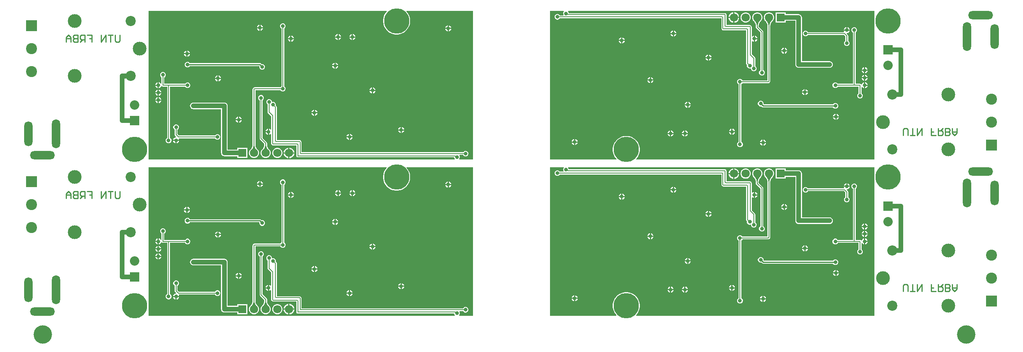
<source format=gbl>
G04*
G04 #@! TF.GenerationSoftware,Altium Limited,Altium Designer,22.8.2 (66)*
G04*
G04 Layer_Physical_Order=2*
G04 Layer_Color=16711680*
%FSLAX25Y25*%
%MOIN*%
G70*
G04*
G04 #@! TF.SameCoordinates,C3FD66B6-40D4-4EF1-9346-9CEE37E5CDB1*
G04*
G04*
G04 #@! TF.FilePolarity,Positive*
G04*
G01*
G75*
%ADD26C,0.00800*%
%ADD27C,0.04000*%
%ADD28C,0.00900*%
%ADD35C,0.15748*%
%ADD36C,0.09449*%
%ADD37R,0.09449X0.09449*%
%ADD38C,0.11811*%
%ADD39C,0.08661*%
%ADD40C,0.08661*%
%ADD41R,0.08000X0.08000*%
%ADD42C,0.08000*%
%ADD43O,0.07087X0.24803*%
%ADD44O,0.07087X0.21260*%
%ADD45O,0.21260X0.07087*%
%ADD46C,0.07087*%
%ADD47R,0.07087X0.07087*%
%ADD48C,0.21654*%
%ADD49C,0.03200*%
%ADD50C,0.01000*%
G36*
X732283Y137152D02*
X528264D01*
X528073Y137614D01*
X528553Y138095D01*
X529629Y139576D01*
X530460Y141206D01*
X531026Y142947D01*
X531312Y144754D01*
Y146584D01*
X531026Y148392D01*
X530460Y150132D01*
X529629Y151763D01*
X528553Y153244D01*
X527259Y154538D01*
X525779Y155613D01*
X524148Y156444D01*
X522408Y157010D01*
X520600Y157296D01*
X518770D01*
X516962Y157010D01*
X515222Y156444D01*
X513591Y155613D01*
X512111Y154538D01*
X510817Y153244D01*
X509741Y151763D01*
X508910Y150132D01*
X508345Y148392D01*
X508058Y146584D01*
Y144754D01*
X508345Y142947D01*
X508910Y141206D01*
X509741Y139576D01*
X510817Y138095D01*
X511297Y137614D01*
X511106Y137152D01*
X454232D01*
Y264423D01*
X466030D01*
X466237Y263923D01*
X465977Y263663D01*
X465612Y262780D01*
Y261826D01*
X465923Y261074D01*
X465694Y260574D01*
X462721D01*
X462665Y260710D01*
X461989Y261385D01*
X461107Y261750D01*
X460152D01*
X459270Y261385D01*
X458595Y260710D01*
X458230Y259828D01*
Y258873D01*
X458595Y257991D01*
X459270Y257316D01*
X460152Y256950D01*
X461107D01*
X461989Y257316D01*
X462665Y257991D01*
X462721Y258127D01*
X601139D01*
Y249484D01*
X601232Y249016D01*
X601497Y248619D01*
X601966Y248151D01*
X602363Y247885D01*
X602831Y247792D01*
X622300D01*
Y219488D01*
X622393Y219020D01*
X622658Y218623D01*
X623148Y218133D01*
X623092Y217997D01*
Y217042D01*
X623457Y216160D01*
X624133Y215485D01*
X625015Y215120D01*
X625970D01*
X626121Y215182D01*
X626537Y214905D01*
Y214582D01*
X626902Y213700D01*
X627577Y213024D01*
X628460Y212659D01*
X629414D01*
X630297Y213024D01*
X630972Y213700D01*
X631337Y214582D01*
Y215536D01*
X630972Y216419D01*
X630297Y217094D01*
X630161Y217150D01*
Y223917D01*
X630067Y224385D01*
X629802Y224782D01*
X627208Y227377D01*
Y238487D01*
X627708Y238694D01*
X627833Y238569D01*
X628426Y238227D01*
X628929Y238092D01*
Y240650D01*
Y243207D01*
X628426Y243072D01*
X627833Y242730D01*
X627708Y242605D01*
X627208Y242812D01*
Y250676D01*
X627115Y251145D01*
X626849Y251541D01*
X626381Y252010D01*
X625984Y252275D01*
X625516Y252368D01*
X605554D01*
Y261319D01*
X605461Y261787D01*
X605196Y262184D01*
X604799Y262449D01*
X604331Y262542D01*
X470412D01*
Y262780D01*
X470046Y263663D01*
X469787Y263923D01*
X469994Y264423D01*
X732283Y264423D01*
Y137152D01*
D02*
G37*
G36*
X91076Y206594D02*
X91035Y206607D01*
X90926Y206619D01*
X90502Y206637D01*
X87598Y206661D01*
Y210661D01*
X91076Y210728D01*
Y206594D01*
D02*
G37*
G36*
X751485Y194968D02*
X751594Y194956D01*
X752017Y194938D01*
X754921Y194913D01*
Y190913D01*
X751443Y190847D01*
Y194980D01*
X751485Y194968D01*
D02*
G37*
G36*
X314447Y263961D02*
X313966Y263480D01*
X312891Y261999D01*
X312060Y260369D01*
X311494Y258628D01*
X311208Y256821D01*
Y254991D01*
X311494Y253183D01*
X312060Y251442D01*
X312891Y249812D01*
X313966Y248331D01*
X315260Y247037D01*
X316741Y245961D01*
X318372Y245131D01*
X320112Y244565D01*
X321920Y244279D01*
X323750D01*
X325557Y244565D01*
X327298Y245131D01*
X328928Y245961D01*
X330409Y247037D01*
X331703Y248331D01*
X332779Y249812D01*
X333610Y251442D01*
X334175Y253183D01*
X334461Y254991D01*
Y256821D01*
X334175Y258628D01*
X333610Y260369D01*
X332779Y261999D01*
X331703Y263480D01*
X331222Y263961D01*
X331414Y264423D01*
X388287D01*
Y137152D01*
X376490D01*
X376283Y137652D01*
X376542Y137912D01*
X376908Y138794D01*
Y139749D01*
X376596Y140501D01*
X376826Y141001D01*
X379799D01*
X379855Y140865D01*
X380530Y140190D01*
X381412Y139824D01*
X382367D01*
X383249Y140190D01*
X383924Y140865D01*
X384290Y141747D01*
Y142702D01*
X383924Y143584D01*
X383249Y144259D01*
X382367Y144624D01*
X381412D01*
X380530Y144259D01*
X379855Y143584D01*
X379799Y143448D01*
X241381D01*
Y152090D01*
X241288Y152559D01*
X241023Y152956D01*
X240554Y153424D01*
X240157Y153689D01*
X239689Y153783D01*
X220220D01*
Y182087D01*
X220126Y182555D01*
X219861Y182952D01*
X219371Y183442D01*
X219428Y183578D01*
Y184532D01*
X219062Y185415D01*
X218387Y186090D01*
X217505Y186455D01*
X216550D01*
X216398Y186392D01*
X215983Y186670D01*
Y186993D01*
X215617Y187875D01*
X214942Y188550D01*
X214060Y188916D01*
X213105D01*
X212223Y188550D01*
X211548Y187875D01*
X211183Y186993D01*
Y186038D01*
X211548Y185156D01*
X212223Y184481D01*
X212359Y184425D01*
Y177657D01*
X212452Y177189D01*
X212718Y176792D01*
X215312Y174198D01*
Y163088D01*
X214812Y162881D01*
X214687Y163006D01*
X214094Y163348D01*
X213591Y163483D01*
Y160925D01*
Y158368D01*
X214094Y158502D01*
X214687Y158845D01*
X214812Y158970D01*
X215312Y158763D01*
Y150898D01*
X215405Y150430D01*
X215670Y150033D01*
X216139Y149565D01*
X216536Y149299D01*
X217004Y149206D01*
X236965D01*
Y140256D01*
X237059Y139788D01*
X237324Y139391D01*
X237721Y139126D01*
X238189Y139032D01*
X372108D01*
Y138794D01*
X372473Y137912D01*
X372733Y137652D01*
X372526Y137152D01*
X110236Y137152D01*
Y264423D01*
X314256D01*
X314447Y263961D01*
D02*
G37*
G36*
X732283Y3294D02*
X528264D01*
X528073Y3756D01*
X528553Y4237D01*
X529629Y5717D01*
X530460Y7348D01*
X531026Y9088D01*
X531312Y10896D01*
Y12726D01*
X531026Y14534D01*
X530460Y16274D01*
X529629Y17905D01*
X528553Y19385D01*
X527259Y20679D01*
X525779Y21755D01*
X524148Y22586D01*
X522408Y23152D01*
X520600Y23438D01*
X518770D01*
X516962Y23152D01*
X515222Y22586D01*
X513591Y21755D01*
X512111Y20679D01*
X510817Y19385D01*
X509741Y17905D01*
X508910Y16274D01*
X508345Y14534D01*
X508058Y12726D01*
Y10896D01*
X508345Y9088D01*
X508910Y7348D01*
X509741Y5717D01*
X510817Y4237D01*
X511297Y3756D01*
X511106Y3294D01*
X454232D01*
Y130564D01*
X466030D01*
X466237Y130064D01*
X465977Y129804D01*
X465612Y128922D01*
Y127968D01*
X465923Y127216D01*
X465694Y126716D01*
X462721D01*
X462665Y126852D01*
X461989Y127527D01*
X461107Y127892D01*
X460152D01*
X459270Y127527D01*
X458595Y126852D01*
X458230Y125970D01*
Y125015D01*
X458595Y124133D01*
X459270Y123458D01*
X460152Y123092D01*
X461107D01*
X461989Y123458D01*
X462665Y124133D01*
X462721Y124269D01*
X601139D01*
Y115626D01*
X601232Y115158D01*
X601497Y114761D01*
X601966Y114292D01*
X602363Y114027D01*
X602831Y113934D01*
X622300D01*
Y85630D01*
X622393Y85162D01*
X622658Y84765D01*
X623148Y84275D01*
X623092Y84139D01*
Y83184D01*
X623457Y82302D01*
X624133Y81627D01*
X625015Y81261D01*
X625970D01*
X626121Y81324D01*
X626537Y81046D01*
Y80723D01*
X626902Y79841D01*
X627577Y79166D01*
X628460Y78801D01*
X629414D01*
X630297Y79166D01*
X630972Y79841D01*
X631337Y80723D01*
Y81678D01*
X630972Y82560D01*
X630297Y83235D01*
X630161Y83292D01*
Y90059D01*
X630067Y90527D01*
X629802Y90924D01*
X627208Y93519D01*
Y104629D01*
X627708Y104836D01*
X627833Y104711D01*
X628426Y104368D01*
X628929Y104234D01*
Y106791D01*
Y109349D01*
X628426Y109214D01*
X627833Y108872D01*
X627708Y108747D01*
X627208Y108954D01*
Y116818D01*
X627115Y117286D01*
X626849Y117683D01*
X626381Y118152D01*
X625984Y118417D01*
X625516Y118510D01*
X605554D01*
Y127461D01*
X605461Y127929D01*
X605196Y128326D01*
X604799Y128591D01*
X604331Y128684D01*
X470412D01*
Y128922D01*
X470046Y129804D01*
X469787Y130064D01*
X469994Y130564D01*
X732283Y130564D01*
Y3294D01*
D02*
G37*
G36*
X91076Y72736D02*
X91035Y72749D01*
X90926Y72760D01*
X90502Y72779D01*
X87598Y72803D01*
Y76803D01*
X91076Y76870D01*
Y72736D01*
D02*
G37*
G36*
X751485Y61109D02*
X751594Y61098D01*
X752017Y61079D01*
X754921Y61055D01*
Y57055D01*
X751443Y56988D01*
Y61122D01*
X751485Y61109D01*
D02*
G37*
G36*
X314447Y130102D02*
X313966Y129622D01*
X312891Y128141D01*
X312060Y126510D01*
X311494Y124770D01*
X311208Y122962D01*
Y121132D01*
X311494Y119325D01*
X312060Y117584D01*
X312891Y115954D01*
X313966Y114473D01*
X315260Y113179D01*
X316741Y112103D01*
X318372Y111272D01*
X320112Y110707D01*
X321920Y110421D01*
X323750D01*
X325557Y110707D01*
X327298Y111272D01*
X328928Y112103D01*
X330409Y113179D01*
X331703Y114473D01*
X332779Y115954D01*
X333610Y117584D01*
X334175Y119325D01*
X334461Y121132D01*
Y122962D01*
X334175Y124770D01*
X333610Y126510D01*
X332779Y128141D01*
X331703Y129622D01*
X331222Y130102D01*
X331414Y130564D01*
X388287D01*
Y3294D01*
X376490D01*
X376283Y3794D01*
X376542Y4054D01*
X376908Y4936D01*
Y5891D01*
X376596Y6643D01*
X376826Y7143D01*
X379799D01*
X379855Y7007D01*
X380530Y6331D01*
X381412Y5966D01*
X382367D01*
X383249Y6331D01*
X383924Y7007D01*
X384290Y7889D01*
Y8844D01*
X383924Y9726D01*
X383249Y10401D01*
X382367Y10766D01*
X381412D01*
X380530Y10401D01*
X379855Y9726D01*
X379799Y9590D01*
X241381D01*
Y18232D01*
X241288Y18700D01*
X241023Y19097D01*
X240554Y19566D01*
X240157Y19831D01*
X239689Y19924D01*
X220220D01*
Y48228D01*
X220126Y48697D01*
X219861Y49093D01*
X219371Y49584D01*
X219428Y49720D01*
Y50674D01*
X219062Y51556D01*
X218387Y52232D01*
X217505Y52597D01*
X216550D01*
X216398Y52534D01*
X215983Y52812D01*
Y53135D01*
X215617Y54017D01*
X214942Y54692D01*
X214060Y55058D01*
X213105D01*
X212223Y54692D01*
X211548Y54017D01*
X211183Y53135D01*
Y52180D01*
X211548Y51298D01*
X212223Y50623D01*
X212359Y50567D01*
Y43799D01*
X212452Y43331D01*
X212718Y42934D01*
X215312Y40340D01*
Y29230D01*
X214812Y29022D01*
X214687Y29147D01*
X214094Y29490D01*
X213591Y29625D01*
Y27067D01*
Y24509D01*
X214094Y24644D01*
X214687Y24986D01*
X214812Y25111D01*
X215312Y24904D01*
Y17040D01*
X215405Y16572D01*
X215670Y16175D01*
X216139Y15706D01*
X216536Y15441D01*
X217004Y15348D01*
X236965D01*
Y6398D01*
X237059Y5929D01*
X237324Y5533D01*
X237721Y5267D01*
X238189Y5174D01*
X372108D01*
Y4936D01*
X372473Y4054D01*
X372733Y3794D01*
X372526Y3294D01*
X110236Y3294D01*
Y130564D01*
X314256D01*
X314447Y130102D01*
D02*
G37*
%LPC*%
G36*
X612488Y263402D02*
X612390D01*
Y259358D01*
X616433D01*
Y259456D01*
X616123Y260612D01*
X615525Y261648D01*
X614679Y262494D01*
X613643Y263092D01*
X612488Y263402D01*
D02*
G37*
G36*
X611390D02*
X611292D01*
X610136Y263092D01*
X609100Y262494D01*
X608254Y261648D01*
X607656Y260612D01*
X607346Y259456D01*
Y259358D01*
X611390D01*
Y263402D01*
D02*
G37*
G36*
X622462Y263202D02*
X621318D01*
X620213Y262906D01*
X619223Y262334D01*
X618414Y261525D01*
X617842Y260535D01*
X617547Y259430D01*
Y258286D01*
X617842Y257182D01*
X618414Y256191D01*
X619223Y255383D01*
X620213Y254811D01*
X621318Y254515D01*
X622462D01*
X623566Y254811D01*
X624557Y255383D01*
X625365Y256191D01*
X625937Y257182D01*
X626233Y258286D01*
Y259430D01*
X625937Y260535D01*
X625365Y261525D01*
X624557Y262334D01*
X623566Y262906D01*
X622462Y263202D01*
D02*
G37*
G36*
X616433Y258358D02*
X612390D01*
Y254315D01*
X612488D01*
X613643Y254625D01*
X614679Y255223D01*
X615525Y256069D01*
X616123Y257105D01*
X616433Y258260D01*
Y258358D01*
D02*
G37*
G36*
X611390D02*
X607346D01*
Y258260D01*
X607656Y257105D01*
X608254Y256069D01*
X609100Y255223D01*
X610136Y254625D01*
X611292Y254315D01*
X611390D01*
Y258358D01*
D02*
G37*
G36*
X709161Y250589D02*
Y248532D01*
X711219D01*
X711084Y249035D01*
X710742Y249628D01*
X710258Y250112D01*
X709665Y250454D01*
X709161Y250589D01*
D02*
G37*
G36*
X708161D02*
X707658Y250454D01*
X707065Y250112D01*
X706581Y249628D01*
X706239Y249035D01*
X706104Y248532D01*
X708161D01*
Y250589D01*
D02*
G37*
G36*
X711219Y247532D02*
X706104D01*
X706239Y247028D01*
X706369Y246802D01*
X706080Y246302D01*
X675319D01*
X675263Y246438D01*
X674588Y247113D01*
X673706Y247479D01*
X672751D01*
X671869Y247113D01*
X671194Y246438D01*
X670828Y245556D01*
Y244601D01*
X671194Y243719D01*
X671869Y243044D01*
X672751Y242679D01*
X673706D01*
X674588Y243044D01*
X675263Y243719D01*
X675319Y243855D01*
X706186D01*
X707438Y242603D01*
Y238804D01*
X707302Y238747D01*
X706627Y238072D01*
X706261Y237190D01*
Y236235D01*
X706627Y235353D01*
X707302Y234678D01*
X708184Y234313D01*
X709139D01*
X710021Y234678D01*
X710696Y235353D01*
X711061Y236235D01*
Y237190D01*
X710696Y238072D01*
X710021Y238747D01*
X709885Y238804D01*
Y243110D01*
X709792Y243579D01*
X709527Y243975D01*
X708570Y244932D01*
X708778Y245431D01*
X709004D01*
X709665Y245609D01*
X710258Y245951D01*
X710742Y246435D01*
X711084Y247028D01*
X711219Y247532D01*
D02*
G37*
G36*
X560539Y247637D02*
Y245579D01*
X562597D01*
X562462Y246082D01*
X562120Y246675D01*
X561636Y247159D01*
X561043Y247502D01*
X560539Y247637D01*
D02*
G37*
G36*
X559539D02*
X559036Y247502D01*
X558443Y247159D01*
X557959Y246675D01*
X557617Y246082D01*
X557482Y245579D01*
X559539D01*
Y247637D01*
D02*
G37*
G36*
X562597Y244579D02*
X560539D01*
Y242521D01*
X561043Y242656D01*
X561636Y242998D01*
X562120Y243482D01*
X562462Y244075D01*
X562597Y244579D01*
D02*
G37*
G36*
X559539D02*
X557482D01*
X557617Y244075D01*
X557959Y243482D01*
X558443Y242998D01*
X559036Y242656D01*
X559539Y242521D01*
Y244579D01*
D02*
G37*
G36*
X629929Y243207D02*
Y241150D01*
X631987D01*
X631852Y241653D01*
X631510Y242246D01*
X631026Y242730D01*
X630433Y243072D01*
X629929Y243207D01*
D02*
G37*
G36*
X516248Y241731D02*
Y239673D01*
X518306D01*
X518171Y240177D01*
X517829Y240770D01*
X517345Y241254D01*
X516752Y241596D01*
X516248Y241731D01*
D02*
G37*
G36*
X515248D02*
X514745Y241596D01*
X514152Y241254D01*
X513667Y240770D01*
X513325Y240177D01*
X513190Y239673D01*
X515248D01*
Y241731D01*
D02*
G37*
G36*
X631987Y240150D02*
X629929D01*
Y238092D01*
X630433Y238227D01*
X631026Y238569D01*
X631510Y239053D01*
X631852Y239646D01*
X631987Y240150D01*
D02*
G37*
G36*
X518306Y238673D02*
X516248D01*
Y236615D01*
X516752Y236750D01*
X517345Y237093D01*
X517829Y237577D01*
X518171Y238170D01*
X518306Y238673D01*
D02*
G37*
G36*
X515248D02*
X513190D01*
X513325Y238170D01*
X513667Y237577D01*
X514152Y237093D01*
X514745Y236750D01*
X515248Y236615D01*
Y238673D01*
D02*
G37*
G36*
X655520Y232873D02*
Y230815D01*
X657577D01*
X657443Y231318D01*
X657100Y231911D01*
X656616Y232396D01*
X656023Y232738D01*
X655520Y232873D01*
D02*
G37*
G36*
X654520D02*
X654016Y232738D01*
X653423Y232396D01*
X652939Y231911D01*
X652597Y231318D01*
X652462Y230815D01*
X654520D01*
Y232873D01*
D02*
G37*
G36*
X657577Y229815D02*
X655520D01*
Y227757D01*
X656023Y227892D01*
X656616Y228235D01*
X657100Y228718D01*
X657443Y229311D01*
X657577Y229815D01*
D02*
G37*
G36*
X654520D02*
X652462D01*
X652597Y229311D01*
X652939Y228718D01*
X653423Y228235D01*
X654016Y227892D01*
X654520Y227757D01*
Y229815D01*
D02*
G37*
G36*
X590559Y226967D02*
Y224909D01*
X592617D01*
X592482Y225413D01*
X592140Y226006D01*
X591655Y226490D01*
X591063Y226832D01*
X590559Y226967D01*
D02*
G37*
G36*
X589559D02*
X589055Y226832D01*
X588463Y226490D01*
X587979Y226006D01*
X587636Y225413D01*
X587501Y224909D01*
X589559D01*
Y226967D01*
D02*
G37*
G36*
X592617Y223909D02*
X590559D01*
Y221852D01*
X591063Y221987D01*
X591655Y222329D01*
X592140Y222813D01*
X592482Y223406D01*
X592617Y223909D01*
D02*
G37*
G36*
X589559D02*
X587501D01*
X587636Y223406D01*
X587979Y222813D01*
X588463Y222329D01*
X589055Y221987D01*
X589559Y221852D01*
Y223909D01*
D02*
G37*
G36*
X656233Y263202D02*
X647546D01*
Y254515D01*
X656233D01*
Y256034D01*
X664499D01*
Y218504D01*
X664595Y217773D01*
X664877Y217092D01*
X665326Y216507D01*
X665911Y216058D01*
X666592Y215776D01*
X667323Y215680D01*
X693898D01*
X694629Y215776D01*
X695310Y216058D01*
X695895Y216507D01*
X696343Y217092D01*
X696626Y217773D01*
X696722Y218504D01*
X696626Y219235D01*
X696343Y219916D01*
X695895Y220501D01*
X695310Y220950D01*
X694629Y221232D01*
X693898Y221328D01*
X670147D01*
Y258858D01*
X670051Y259589D01*
X669769Y260270D01*
X669320Y260855D01*
X668735Y261304D01*
X668054Y261586D01*
X667323Y261682D01*
X656233D01*
Y263202D01*
D02*
G37*
G36*
X724417Y216140D02*
Y214083D01*
X726475D01*
X726340Y214586D01*
X725998Y215179D01*
X725514Y215663D01*
X724921Y216005D01*
X724417Y216140D01*
D02*
G37*
G36*
X723417D02*
X722914Y216005D01*
X722321Y215663D01*
X721837Y215179D01*
X721494Y214586D01*
X721360Y214083D01*
X723417D01*
Y216140D01*
D02*
G37*
G36*
X726475Y213083D02*
X724417D01*
Y211025D01*
X724921Y211160D01*
X725514Y211502D01*
X725998Y211986D01*
X726340Y212579D01*
X726475Y213083D01*
D02*
G37*
G36*
X723417D02*
X721360D01*
X721494Y212579D01*
X721837Y211986D01*
X722321Y211502D01*
X722914Y211160D01*
X723417Y211025D01*
Y213083D01*
D02*
G37*
G36*
X632462Y263202D02*
X631318D01*
X630213Y262906D01*
X629223Y262334D01*
X628414Y261525D01*
X627843Y260535D01*
X627547Y259430D01*
Y258286D01*
X627843Y257182D01*
X628414Y256191D01*
X628783Y255823D01*
X628821Y255763D01*
X629197Y255370D01*
X629515Y254992D01*
X629792Y254610D01*
X630029Y254224D01*
X630228Y253835D01*
X630389Y253441D01*
X630513Y253041D01*
X630602Y252635D01*
X630655Y252219D01*
X630666Y251963D01*
Y250492D01*
X630759Y250024D01*
X631025Y249627D01*
X634603Y246048D01*
Y213705D01*
X634467Y213649D01*
X633792Y212974D01*
X633427Y212092D01*
Y211137D01*
X633792Y210255D01*
X634467Y209580D01*
X635349Y209214D01*
X636304D01*
X637186Y209580D01*
X637861Y210255D01*
X638227Y211137D01*
Y212092D01*
X637861Y212974D01*
X637186Y213649D01*
X637050Y213705D01*
Y246555D01*
X636957Y247023D01*
X636692Y247420D01*
X633113Y250999D01*
Y251963D01*
X633124Y252219D01*
X633178Y252635D01*
X633266Y253041D01*
X633391Y253441D01*
X633552Y253835D01*
X633751Y254224D01*
X633988Y254610D01*
X634265Y254992D01*
X634582Y255370D01*
X634959Y255763D01*
X634997Y255823D01*
X635365Y256191D01*
X635937Y257182D01*
X636233Y258286D01*
Y259430D01*
X635937Y260535D01*
X635365Y261525D01*
X634557Y262334D01*
X633566Y262906D01*
X632462Y263202D01*
D02*
G37*
G36*
X724417Y209743D02*
Y207685D01*
X726475D01*
X726340Y208189D01*
X725998Y208782D01*
X725514Y209266D01*
X724921Y209608D01*
X724417Y209743D01*
D02*
G37*
G36*
X723417D02*
X722914Y209608D01*
X722321Y209266D01*
X721837Y208782D01*
X721494Y208189D01*
X721360Y207685D01*
X723417D01*
Y209743D01*
D02*
G37*
G36*
X540854Y207774D02*
Y205716D01*
X542912D01*
X542777Y206220D01*
X542435Y206813D01*
X541951Y207297D01*
X541358Y207639D01*
X540854Y207774D01*
D02*
G37*
G36*
X539854D02*
X539351Y207639D01*
X538758Y207297D01*
X538274Y206813D01*
X537931Y206220D01*
X537797Y205716D01*
X539854D01*
Y207774D01*
D02*
G37*
G36*
X642462Y263202D02*
X641318D01*
X640213Y262906D01*
X639223Y262334D01*
X638414Y261525D01*
X637843Y260535D01*
X637546Y259430D01*
Y258286D01*
X637843Y257182D01*
X638414Y256191D01*
X638783Y255823D01*
X638821Y255763D01*
X639197Y255370D01*
X639515Y254992D01*
X639792Y254610D01*
X640029Y254224D01*
X640228Y253835D01*
X640389Y253441D01*
X640513Y253041D01*
X640602Y252635D01*
X640656Y252219D01*
X640666Y251963D01*
Y204964D01*
X619217D01*
X619161Y205100D01*
X618485Y205775D01*
X617603Y206140D01*
X616649D01*
X615766Y205775D01*
X615091Y205100D01*
X614726Y204218D01*
Y203263D01*
X615091Y202381D01*
X615766Y201706D01*
X615903Y201649D01*
Y152189D01*
X615766Y152133D01*
X615091Y151458D01*
X614726Y150576D01*
Y149621D01*
X615091Y148739D01*
X615766Y148064D01*
X616649Y147698D01*
X617603D01*
X618485Y148064D01*
X619161Y148739D01*
X619526Y149621D01*
Y150576D01*
X619161Y151458D01*
X618485Y152133D01*
X618350Y152189D01*
Y201649D01*
X618485Y201706D01*
X619161Y202381D01*
X619217Y202517D01*
X641421D01*
X641889Y202610D01*
X642286Y202875D01*
X642755Y203344D01*
X643020Y203741D01*
X643113Y204209D01*
Y251963D01*
X643124Y252219D01*
X643178Y252635D01*
X643266Y253041D01*
X643391Y253441D01*
X643552Y253835D01*
X643751Y254224D01*
X643988Y254610D01*
X644265Y254992D01*
X644582Y255370D01*
X644959Y255763D01*
X644997Y255823D01*
X645365Y256191D01*
X645937Y257182D01*
X646233Y258286D01*
Y259430D01*
X645937Y260535D01*
X645365Y261525D01*
X644557Y262334D01*
X643566Y262906D01*
X642462Y263202D01*
D02*
G37*
G36*
X726475Y206685D02*
X724417D01*
Y204627D01*
X724921Y204762D01*
X725514Y205104D01*
X725998Y205589D01*
X726340Y206182D01*
X726475Y206685D01*
D02*
G37*
G36*
X723417D02*
X721360D01*
X721494Y206182D01*
X721837Y205589D01*
X722321Y205104D01*
X722914Y204762D01*
X723417Y204627D01*
Y206685D01*
D02*
G37*
G36*
X542912Y204716D02*
X540854D01*
Y202659D01*
X541358Y202794D01*
X541951Y203136D01*
X542435Y203620D01*
X542777Y204213D01*
X542912Y204716D01*
D02*
G37*
G36*
X539854D02*
X537797D01*
X537931Y204213D01*
X538274Y203620D01*
X538758Y203136D01*
X539351Y202794D01*
X539854Y202659D01*
Y204716D01*
D02*
G37*
G36*
X715536Y250431D02*
X714582D01*
X713700Y250066D01*
X713024Y249391D01*
X712659Y248509D01*
Y247554D01*
X713024Y246672D01*
X713700Y245997D01*
X713835Y245940D01*
Y202011D01*
X700910D01*
X700853Y202147D01*
X700178Y202822D01*
X699296Y203187D01*
X698342D01*
X697459Y202822D01*
X696784Y202147D01*
X696419Y201265D01*
Y200310D01*
X696784Y199428D01*
X697459Y198753D01*
X698342Y198387D01*
X699296D01*
X700178Y198753D01*
X700853Y199428D01*
X700910Y199564D01*
X718757D01*
Y194020D01*
X718621Y193964D01*
X717946Y193289D01*
X717580Y192406D01*
Y191452D01*
X717946Y190570D01*
X718621Y189894D01*
X719503Y189529D01*
X720458D01*
X721340Y189894D01*
X722015Y190570D01*
X722380Y191452D01*
Y192406D01*
X722015Y193289D01*
X721340Y193964D01*
X721204Y194020D01*
Y199287D01*
X721704Y199421D01*
X721837Y199191D01*
X722321Y198707D01*
X722914Y198365D01*
X723417Y198230D01*
Y200787D01*
Y203345D01*
X722914Y203210D01*
X722321Y202868D01*
X721837Y202384D01*
X721494Y201791D01*
X721454Y201641D01*
X720913Y201552D01*
X720846Y201653D01*
X720448Y201918D01*
X719980Y202011D01*
X716283D01*
Y245940D01*
X716419Y245997D01*
X717094Y246672D01*
X717459Y247554D01*
Y248509D01*
X717094Y249391D01*
X716419Y250066D01*
X715536Y250431D01*
D02*
G37*
G36*
X724417Y203345D02*
Y201287D01*
X726475D01*
X726340Y201791D01*
X725998Y202384D01*
X725514Y202868D01*
X724921Y203210D01*
X724417Y203345D01*
D02*
G37*
G36*
X726475Y200287D02*
X724417D01*
Y198230D01*
X724921Y198365D01*
X725514Y198707D01*
X725998Y199191D01*
X726340Y199784D01*
X726475Y200287D01*
D02*
G37*
G36*
X673236Y197440D02*
Y195382D01*
X675294D01*
X675159Y195885D01*
X674817Y196478D01*
X674333Y196962D01*
X673740Y197305D01*
X673236Y197440D01*
D02*
G37*
G36*
X672236D02*
X671733Y197305D01*
X671140Y196962D01*
X670656Y196478D01*
X670313Y195885D01*
X670179Y195382D01*
X672236D01*
Y197440D01*
D02*
G37*
G36*
X675294Y194382D02*
X673236D01*
Y192324D01*
X673740Y192459D01*
X674333Y192801D01*
X674817Y193285D01*
X675159Y193878D01*
X675294Y194382D01*
D02*
G37*
G36*
X672236D02*
X670179D01*
X670313Y193878D01*
X670656Y193285D01*
X671140Y192801D01*
X671733Y192459D01*
X672236Y192324D01*
Y194382D01*
D02*
G37*
G36*
X572843Y186613D02*
Y184555D01*
X574900D01*
X574765Y185059D01*
X574423Y185652D01*
X573939Y186136D01*
X573346Y186478D01*
X572843Y186613D01*
D02*
G37*
G36*
X571842D02*
X571339Y186478D01*
X570746Y186136D01*
X570262Y185652D01*
X569920Y185059D01*
X569785Y184555D01*
X571842D01*
Y186613D01*
D02*
G37*
G36*
X574900Y183555D02*
X572843D01*
Y181497D01*
X573346Y181632D01*
X573939Y181975D01*
X574423Y182459D01*
X574765Y183052D01*
X574900Y183555D01*
D02*
G37*
G36*
X571842D02*
X569785D01*
X569920Y183052D01*
X570262Y182459D01*
X570746Y181975D01*
X571339Y181632D01*
X571842Y181497D01*
Y183555D01*
D02*
G37*
G36*
X635320Y187439D02*
X634365D01*
X633483Y187074D01*
X632808Y186399D01*
X632443Y185517D01*
Y184562D01*
X632808Y183680D01*
X633483Y183005D01*
X634365Y182639D01*
X635320D01*
X635405Y182675D01*
X635910Y182170D01*
X636323Y181893D01*
X636811Y181796D01*
X696749D01*
X696784Y181711D01*
X697459Y181036D01*
X698342Y180671D01*
X699296D01*
X700178Y181036D01*
X700853Y181711D01*
X701219Y182594D01*
Y183548D01*
X700853Y184430D01*
X700178Y185106D01*
X699296Y185471D01*
X698342D01*
X697459Y185106D01*
X696784Y184430D01*
X696749Y184345D01*
X637694D01*
X637243Y184562D01*
Y185517D01*
X636877Y186399D01*
X636202Y187074D01*
X635320Y187439D01*
D02*
G37*
G36*
X699811Y176302D02*
Y174244D01*
X701869D01*
X701734Y174748D01*
X701392Y175340D01*
X700908Y175824D01*
X700315Y176167D01*
X699811Y176302D01*
D02*
G37*
G36*
X698811D02*
X698308Y176167D01*
X697715Y175824D01*
X697230Y175340D01*
X696888Y174748D01*
X696753Y174244D01*
X698811D01*
Y176302D01*
D02*
G37*
G36*
X701869Y173244D02*
X699811D01*
Y171186D01*
X700315Y171321D01*
X700908Y171663D01*
X701392Y172148D01*
X701734Y172740D01*
X701869Y173244D01*
D02*
G37*
G36*
X698811D02*
X696753D01*
X696888Y172740D01*
X697230Y172148D01*
X697715Y171663D01*
X698308Y171321D01*
X698811Y171186D01*
Y173244D01*
D02*
G37*
G36*
X610736Y163483D02*
Y161425D01*
X612794D01*
X612659Y161929D01*
X612317Y162522D01*
X611833Y163006D01*
X611240Y163348D01*
X610736Y163483D01*
D02*
G37*
G36*
X609736D02*
X609233Y163348D01*
X608640Y163006D01*
X608156Y162522D01*
X607813Y161929D01*
X607679Y161425D01*
X609736D01*
Y163483D01*
D02*
G37*
G36*
X570382Y162007D02*
Y159949D01*
X572440D01*
X572305Y160452D01*
X571962Y161045D01*
X571478Y161529D01*
X570886Y161872D01*
X570382Y162007D01*
D02*
G37*
G36*
X569382D02*
X568878Y161872D01*
X568286Y161529D01*
X567801Y161045D01*
X567459Y160452D01*
X567324Y159949D01*
X569382D01*
Y162007D01*
D02*
G37*
G36*
X558079D02*
Y159949D01*
X560137D01*
X560002Y160452D01*
X559659Y161045D01*
X559175Y161529D01*
X558582Y161872D01*
X558079Y162007D01*
D02*
G37*
G36*
X557079D02*
X556575Y161872D01*
X555982Y161529D01*
X555498Y161045D01*
X555156Y160452D01*
X555021Y159949D01*
X557079D01*
Y162007D01*
D02*
G37*
G36*
X612794Y160425D02*
X610736D01*
Y158368D01*
X611240Y158502D01*
X611833Y158845D01*
X612317Y159329D01*
X612659Y159922D01*
X612794Y160425D01*
D02*
G37*
G36*
X609736D02*
X607679D01*
X607813Y159922D01*
X608156Y159329D01*
X608640Y158845D01*
X609233Y158502D01*
X609736Y158368D01*
Y160425D01*
D02*
G37*
G36*
X572440Y158949D02*
X570382D01*
Y156891D01*
X570886Y157026D01*
X571478Y157368D01*
X571962Y157852D01*
X572305Y158445D01*
X572440Y158949D01*
D02*
G37*
G36*
X569382D02*
X567324D01*
X567459Y158445D01*
X567801Y157852D01*
X568286Y157368D01*
X568878Y157026D01*
X569382Y156891D01*
Y158949D01*
D02*
G37*
G36*
X560137D02*
X558079D01*
Y156891D01*
X558582Y157026D01*
X559175Y157368D01*
X559659Y157852D01*
X560002Y158445D01*
X560137Y158949D01*
D02*
G37*
G36*
X557079D02*
X555021D01*
X555156Y158445D01*
X555498Y157852D01*
X555982Y157368D01*
X556575Y157026D01*
X557079Y156891D01*
Y158949D01*
D02*
G37*
G36*
X475894Y154625D02*
Y152567D01*
X477951D01*
X477816Y153070D01*
X477474Y153663D01*
X476990Y154148D01*
X476397Y154490D01*
X475894Y154625D01*
D02*
G37*
G36*
X474894D02*
X474390Y154490D01*
X473797Y154148D01*
X473313Y153663D01*
X472971Y153070D01*
X472836Y152567D01*
X474894D01*
Y154625D01*
D02*
G37*
G36*
X637311Y154133D02*
Y152075D01*
X639369D01*
X639234Y152578D01*
X638892Y153171D01*
X638408Y153655D01*
X637815Y153998D01*
X637311Y154133D01*
D02*
G37*
G36*
X636311D02*
X635808Y153998D01*
X635215Y153655D01*
X634730Y153171D01*
X634388Y152578D01*
X634253Y152075D01*
X636311D01*
Y154133D01*
D02*
G37*
G36*
X477951Y151567D02*
X475894D01*
Y149509D01*
X476397Y149644D01*
X476990Y149986D01*
X477474Y150470D01*
X477816Y151063D01*
X477951Y151567D01*
D02*
G37*
G36*
X474894D02*
X472836D01*
X472971Y151063D01*
X473313Y150470D01*
X473797Y149986D01*
X474390Y149644D01*
X474894Y149509D01*
Y151567D01*
D02*
G37*
G36*
X639369Y151075D02*
X637311D01*
Y149017D01*
X637815Y149152D01*
X638408Y149494D01*
X638892Y149978D01*
X639234Y150571D01*
X639369Y151075D01*
D02*
G37*
G36*
X636311D02*
X634253D01*
X634388Y150571D01*
X634730Y149978D01*
X635215Y149494D01*
X635808Y149152D01*
X636311Y149017D01*
Y151075D01*
D02*
G37*
%LPD*%
G36*
X633975Y255915D02*
X633621Y255494D01*
X633309Y255063D01*
X633039Y254624D01*
X632810Y254175D01*
X632623Y253717D01*
X632477Y253250D01*
X632373Y252774D01*
X632311Y252289D01*
X632290Y251794D01*
X631490D01*
X631469Y252289D01*
X631407Y252774D01*
X631302Y253250D01*
X631157Y253717D01*
X630970Y254175D01*
X630741Y254624D01*
X630470Y255063D01*
X630158Y255494D01*
X629805Y255915D01*
X629410Y256328D01*
X634370D01*
X633975Y255915D01*
D02*
G37*
G36*
X643975D02*
X643621Y255494D01*
X643309Y255063D01*
X643039Y254624D01*
X642810Y254175D01*
X642623Y253717D01*
X642477Y253250D01*
X642373Y252774D01*
X642311Y252289D01*
X642290Y251794D01*
X641490D01*
X641469Y252289D01*
X641407Y252774D01*
X641302Y253250D01*
X641157Y253717D01*
X640970Y254175D01*
X640741Y254624D01*
X640470Y255063D01*
X640158Y255494D01*
X639805Y255915D01*
X639409Y256328D01*
X644370D01*
X643975Y255915D01*
D02*
G37*
%LPC*%
G36*
X206209Y252558D02*
Y250500D01*
X208266D01*
X208132Y251004D01*
X207789Y251596D01*
X207305Y252080D01*
X206712Y252423D01*
X206209Y252558D01*
D02*
G37*
G36*
X205209D02*
X204705Y252423D01*
X204112Y252080D01*
X203628Y251596D01*
X203286Y251004D01*
X203151Y250500D01*
X205209D01*
Y252558D01*
D02*
G37*
G36*
X367626Y252066D02*
Y250008D01*
X369684D01*
X369549Y250511D01*
X369207Y251104D01*
X368722Y251588D01*
X368129Y251931D01*
X367626Y252066D01*
D02*
G37*
G36*
X366626D02*
X366122Y251931D01*
X365529Y251588D01*
X365045Y251104D01*
X364703Y250511D01*
X364568Y250008D01*
X366626D01*
Y252066D01*
D02*
G37*
G36*
X208266Y249500D02*
X206209D01*
Y247442D01*
X206712Y247577D01*
X207305Y247920D01*
X207789Y248404D01*
X208132Y248996D01*
X208266Y249500D01*
D02*
G37*
G36*
X205209D02*
X203151D01*
X203286Y248996D01*
X203628Y248404D01*
X204112Y247920D01*
X204705Y247577D01*
X205209Y247442D01*
Y249500D01*
D02*
G37*
G36*
X369684Y249008D02*
X367626D01*
Y246950D01*
X368129Y247085D01*
X368722Y247427D01*
X369207Y247911D01*
X369549Y248504D01*
X369684Y249008D01*
D02*
G37*
G36*
X366626D02*
X364568D01*
X364703Y248504D01*
X365045Y247911D01*
X365529Y247427D01*
X366122Y247085D01*
X366626Y246950D01*
Y249008D01*
D02*
G37*
G36*
X285441Y244684D02*
Y242626D01*
X287499D01*
X287364Y243130D01*
X287021Y243722D01*
X286537Y244207D01*
X285945Y244549D01*
X285441Y244684D01*
D02*
G37*
G36*
X284441D02*
X283937Y244549D01*
X283345Y244207D01*
X282860Y243722D01*
X282518Y243130D01*
X282383Y242626D01*
X284441D01*
Y244684D01*
D02*
G37*
G36*
X273138D02*
Y242626D01*
X275196D01*
X275061Y243130D01*
X274718Y243722D01*
X274234Y244207D01*
X273641Y244549D01*
X273138Y244684D01*
D02*
G37*
G36*
X272138D02*
X271634Y244549D01*
X271041Y244207D01*
X270557Y243722D01*
X270215Y243130D01*
X270080Y242626D01*
X272138D01*
Y244684D01*
D02*
G37*
G36*
X232784Y243207D02*
Y241150D01*
X234841D01*
X234706Y241653D01*
X234364Y242246D01*
X233880Y242730D01*
X233287Y243072D01*
X232784Y243207D01*
D02*
G37*
G36*
X231784D02*
X231280Y243072D01*
X230687Y242730D01*
X230203Y242246D01*
X229861Y241653D01*
X229726Y241150D01*
X231784D01*
Y243207D01*
D02*
G37*
G36*
X287499Y241626D02*
X285441D01*
Y239568D01*
X285945Y239703D01*
X286537Y240045D01*
X287021Y240530D01*
X287364Y241122D01*
X287499Y241626D01*
D02*
G37*
G36*
X284441D02*
X282383D01*
X282518Y241122D01*
X282860Y240530D01*
X283345Y240045D01*
X283937Y239703D01*
X284441Y239568D01*
Y241626D01*
D02*
G37*
G36*
X275196D02*
X273138D01*
Y239568D01*
X273641Y239703D01*
X274234Y240045D01*
X274718Y240530D01*
X275061Y241122D01*
X275196Y241626D01*
D02*
G37*
G36*
X272138D02*
X270080D01*
X270215Y241122D01*
X270557Y240530D01*
X271041Y240045D01*
X271634Y239703D01*
X272138Y239568D01*
Y241626D01*
D02*
G37*
G36*
X234841Y240150D02*
X232784D01*
Y238092D01*
X233287Y238227D01*
X233880Y238569D01*
X234364Y239053D01*
X234706Y239646D01*
X234841Y240150D01*
D02*
G37*
G36*
X231784D02*
X229726D01*
X229861Y239646D01*
X230203Y239053D01*
X230687Y238569D01*
X231280Y238227D01*
X231784Y238092D01*
Y240150D01*
D02*
G37*
G36*
X143709Y230389D02*
Y228331D01*
X145766D01*
X145632Y228834D01*
X145289Y229427D01*
X144805Y229911D01*
X144212Y230254D01*
X143709Y230389D01*
D02*
G37*
G36*
X142709D02*
X142205Y230254D01*
X141612Y229911D01*
X141128Y229427D01*
X140786Y228834D01*
X140651Y228331D01*
X142709D01*
Y230389D01*
D02*
G37*
G36*
X145766Y227331D02*
X143709D01*
Y225273D01*
X144212Y225408D01*
X144805Y225750D01*
X145289Y226234D01*
X145632Y226827D01*
X145766Y227331D01*
D02*
G37*
G36*
X142709D02*
X140651D01*
X140786Y226827D01*
X141128Y226234D01*
X141612Y225750D01*
X142205Y225408D01*
X142709Y225273D01*
Y227331D01*
D02*
G37*
G36*
X270677Y220077D02*
Y218020D01*
X272735D01*
X272600Y218523D01*
X272258Y219116D01*
X271774Y219600D01*
X271181Y219942D01*
X270677Y220077D01*
D02*
G37*
G36*
X269677D02*
X269174Y219942D01*
X268581Y219600D01*
X268097Y219116D01*
X267754Y218523D01*
X267619Y218020D01*
X269677D01*
Y220077D01*
D02*
G37*
G36*
X272735Y217020D02*
X270677D01*
Y214962D01*
X271181Y215097D01*
X271774Y215439D01*
X272258Y215923D01*
X272600Y216516D01*
X272735Y217020D01*
D02*
G37*
G36*
X269677D02*
X267619D01*
X267754Y216516D01*
X268097Y215923D01*
X268581Y215439D01*
X269174Y215097D01*
X269677Y214962D01*
Y217020D01*
D02*
G37*
G36*
X144178Y220904D02*
X143223D01*
X142341Y220539D01*
X141666Y219863D01*
X141301Y218981D01*
Y218026D01*
X141666Y217144D01*
X142341Y216469D01*
X143223Y216104D01*
X144178D01*
X145060Y216469D01*
X145735Y217144D01*
X145771Y217229D01*
X204826D01*
X205277Y217013D01*
Y216058D01*
X205643Y215176D01*
X206318Y214501D01*
X207200Y214135D01*
X208155D01*
X209037Y214501D01*
X209712Y215176D01*
X210077Y216058D01*
Y217013D01*
X209712Y217895D01*
X209037Y218570D01*
X208155Y218935D01*
X207200D01*
X207115Y218900D01*
X206610Y219405D01*
X206196Y219681D01*
X205709Y219778D01*
X145771D01*
X145735Y219863D01*
X145060Y220539D01*
X144178Y220904D01*
D02*
G37*
G36*
X170283Y209251D02*
Y207193D01*
X172341D01*
X172206Y207697D01*
X171864Y208289D01*
X171380Y208773D01*
X170787Y209116D01*
X170283Y209251D01*
D02*
G37*
G36*
X169283D02*
X168780Y209116D01*
X168187Y208773D01*
X167703Y208289D01*
X167361Y207697D01*
X167226Y207193D01*
X169283D01*
Y209251D01*
D02*
G37*
G36*
X172341Y206193D02*
X170283D01*
Y204135D01*
X170787Y204270D01*
X171380Y204612D01*
X171864Y205097D01*
X172206Y205689D01*
X172341Y206193D01*
D02*
G37*
G36*
X169283D02*
X167226D01*
X167361Y205689D01*
X167703Y205097D01*
X168187Y204612D01*
X168780Y204270D01*
X169283Y204135D01*
Y206193D01*
D02*
G37*
G36*
X123017Y212046D02*
X122062D01*
X121180Y211680D01*
X120505Y211005D01*
X120139Y210123D01*
Y209168D01*
X120505Y208286D01*
X121180Y207611D01*
X121316Y207555D01*
Y202288D01*
X120816Y202153D01*
X120683Y202384D01*
X120199Y202868D01*
X119606Y203210D01*
X119102Y203345D01*
Y200787D01*
Y198230D01*
X119606Y198365D01*
X120199Y198707D01*
X120683Y199191D01*
X121025Y199784D01*
X121065Y199934D01*
X121607Y200023D01*
X121674Y199922D01*
X122071Y199657D01*
X122539Y199564D01*
X126237D01*
Y155634D01*
X126101Y155578D01*
X125426Y154903D01*
X125061Y154021D01*
Y153066D01*
X125426Y152184D01*
X126101Y151509D01*
X126983Y151143D01*
X127938D01*
X128820Y151509D01*
X129495Y152184D01*
X129861Y153066D01*
Y154021D01*
X129495Y154903D01*
X128820Y155578D01*
X128684Y155634D01*
Y199564D01*
X141610D01*
X141666Y199428D01*
X142341Y198753D01*
X143223Y198387D01*
X144178D01*
X145060Y198753D01*
X145735Y199428D01*
X146101Y200310D01*
Y201265D01*
X145735Y202147D01*
X145060Y202822D01*
X144178Y203187D01*
X143223D01*
X142341Y202822D01*
X141666Y202147D01*
X141610Y202011D01*
X123763D01*
Y207555D01*
X123899Y207611D01*
X124574Y208286D01*
X124939Y209168D01*
Y210123D01*
X124574Y211005D01*
X123899Y211680D01*
X123017Y212046D01*
D02*
G37*
G36*
X118102Y203345D02*
X117599Y203210D01*
X117006Y202868D01*
X116522Y202384D01*
X116180Y201791D01*
X116045Y201287D01*
X118102D01*
Y203345D01*
D02*
G37*
G36*
Y200287D02*
X116045D01*
X116180Y199784D01*
X116522Y199191D01*
X117006Y198707D01*
X117599Y198365D01*
X118102Y198230D01*
Y200287D01*
D02*
G37*
G36*
X302665Y198916D02*
Y196858D01*
X304723D01*
X304588Y197362D01*
X304246Y197955D01*
X303762Y198439D01*
X303169Y198781D01*
X302665Y198916D01*
D02*
G37*
G36*
X301665D02*
X301162Y198781D01*
X300569Y198439D01*
X300085Y197955D01*
X299743Y197362D01*
X299608Y196858D01*
X301665D01*
Y198916D01*
D02*
G37*
G36*
X225871Y253876D02*
X224916D01*
X224034Y253511D01*
X223359Y252836D01*
X222994Y251954D01*
Y250999D01*
X223359Y250117D01*
X224034Y249442D01*
X224170Y249385D01*
Y199926D01*
X224034Y199869D01*
X223359Y199194D01*
X223303Y199058D01*
X201099D01*
X200630Y198965D01*
X200233Y198700D01*
X199765Y198231D01*
X199499Y197834D01*
X199406Y197366D01*
Y149611D01*
X199396Y149355D01*
X199342Y148940D01*
X199253Y148534D01*
X199129Y148134D01*
X198968Y147740D01*
X198769Y147351D01*
X198532Y146965D01*
X198255Y146583D01*
X197937Y146204D01*
X197561Y145811D01*
X197523Y145752D01*
X197154Y145383D01*
X196583Y144393D01*
X196287Y143288D01*
Y142145D01*
X196583Y141040D01*
X197154Y140050D01*
X197963Y139241D01*
X198953Y138669D01*
X200058Y138373D01*
X201202D01*
X202306Y138669D01*
X203297Y139241D01*
X204105Y140050D01*
X204677Y141040D01*
X204973Y142145D01*
Y143288D01*
X204677Y144393D01*
X204105Y145383D01*
X203737Y145752D01*
X203699Y145811D01*
X203323Y146204D01*
X203005Y146583D01*
X202728Y146965D01*
X202491Y147351D01*
X202292Y147740D01*
X202131Y148134D01*
X202006Y148534D01*
X201918Y148940D01*
X201864Y149355D01*
X201853Y149611D01*
Y196611D01*
X223303D01*
X223359Y196475D01*
X224034Y195800D01*
X224916Y195435D01*
X225871D01*
X226753Y195800D01*
X227428Y196475D01*
X227794Y197357D01*
Y198312D01*
X227428Y199194D01*
X226753Y199869D01*
X226617Y199926D01*
Y249385D01*
X226753Y249442D01*
X227428Y250117D01*
X227794Y250999D01*
Y251954D01*
X227428Y252836D01*
X226753Y253511D01*
X225871Y253876D01*
D02*
G37*
G36*
X119102Y196948D02*
Y194890D01*
X121160D01*
X121025Y195393D01*
X120683Y195986D01*
X120199Y196470D01*
X119606Y196813D01*
X119102Y196948D01*
D02*
G37*
G36*
X118102D02*
X117599Y196813D01*
X117006Y196470D01*
X116522Y195986D01*
X116180Y195393D01*
X116045Y194890D01*
X118102D01*
Y196948D01*
D02*
G37*
G36*
X304723Y195858D02*
X302665D01*
Y193800D01*
X303169Y193935D01*
X303762Y194278D01*
X304246Y194762D01*
X304588Y195355D01*
X304723Y195858D01*
D02*
G37*
G36*
X301665D02*
X299608D01*
X299743Y195355D01*
X300085Y194762D01*
X300569Y194278D01*
X301162Y193935D01*
X301665Y193800D01*
Y195858D01*
D02*
G37*
G36*
X121160Y193890D02*
X119102D01*
Y191832D01*
X119606Y191967D01*
X120199Y192309D01*
X120683Y192793D01*
X121025Y193386D01*
X121160Y193890D01*
D02*
G37*
G36*
X118102D02*
X116045D01*
X116180Y193386D01*
X116522Y192793D01*
X117006Y192309D01*
X117599Y191967D01*
X118102Y191832D01*
Y193890D01*
D02*
G37*
G36*
X119102Y190550D02*
Y188492D01*
X121160D01*
X121025Y188996D01*
X120683Y189589D01*
X120199Y190073D01*
X119606Y190415D01*
X119102Y190550D01*
D02*
G37*
G36*
X118102D02*
X117599Y190415D01*
X117006Y190073D01*
X116522Y189589D01*
X116180Y188996D01*
X116045Y188492D01*
X118102D01*
Y190550D01*
D02*
G37*
G36*
X121160Y187492D02*
X119102D01*
Y185434D01*
X119606Y185569D01*
X120199Y185912D01*
X120683Y186396D01*
X121025Y186989D01*
X121160Y187492D01*
D02*
G37*
G36*
X118102D02*
X116045D01*
X116180Y186989D01*
X116522Y186396D01*
X117006Y185912D01*
X117599Y185569D01*
X118102Y185434D01*
Y187492D01*
D02*
G37*
G36*
X252961Y179723D02*
Y177665D01*
X255018D01*
X254883Y178169D01*
X254541Y178762D01*
X254057Y179246D01*
X253464Y179588D01*
X252961Y179723D01*
D02*
G37*
G36*
X251961D02*
X251457Y179588D01*
X250864Y179246D01*
X250380Y178762D01*
X250038Y178169D01*
X249903Y177665D01*
X251961D01*
Y179723D01*
D02*
G37*
G36*
X255018Y176665D02*
X252961D01*
Y174608D01*
X253464Y174742D01*
X254057Y175085D01*
X254541Y175569D01*
X254883Y176162D01*
X255018Y176665D01*
D02*
G37*
G36*
X251961D02*
X249903D01*
X250038Y176162D01*
X250380Y175569D01*
X250864Y175085D01*
X251457Y174742D01*
X251961Y174608D01*
Y176665D01*
D02*
G37*
G36*
X188000Y173818D02*
Y171760D01*
X190058D01*
X189923Y172263D01*
X189581Y172856D01*
X189096Y173340D01*
X188504Y173683D01*
X188000Y173818D01*
D02*
G37*
G36*
X187000D02*
X186496Y173683D01*
X185904Y173340D01*
X185419Y172856D01*
X185077Y172263D01*
X184942Y171760D01*
X187000D01*
Y173818D01*
D02*
G37*
G36*
X190058Y170760D02*
X188000D01*
Y168702D01*
X188504Y168837D01*
X189096Y169179D01*
X189581Y169663D01*
X189923Y170256D01*
X190058Y170760D01*
D02*
G37*
G36*
X187000D02*
X184942D01*
X185077Y170256D01*
X185419Y169663D01*
X185904Y169179D01*
X186496Y168837D01*
X187000Y168702D01*
Y170760D01*
D02*
G37*
G36*
X327272Y164959D02*
Y162902D01*
X329329D01*
X329194Y163405D01*
X328852Y163998D01*
X328368Y164482D01*
X327775Y164824D01*
X327272Y164959D01*
D02*
G37*
G36*
X326272D02*
X325768Y164824D01*
X325175Y164482D01*
X324691Y163998D01*
X324349Y163405D01*
X324214Y162902D01*
X326272D01*
Y164959D01*
D02*
G37*
G36*
X212591Y163483D02*
X212087Y163348D01*
X211494Y163006D01*
X211010Y162522D01*
X210668Y161929D01*
X210533Y161425D01*
X212591D01*
Y163483D01*
D02*
G37*
G36*
X329329Y161902D02*
X327272D01*
Y159844D01*
X327775Y159979D01*
X328368Y160321D01*
X328852Y160805D01*
X329194Y161398D01*
X329329Y161902D01*
D02*
G37*
G36*
X326272D02*
X324214D01*
X324349Y161398D01*
X324691Y160805D01*
X325175Y160321D01*
X325768Y159979D01*
X326272Y159844D01*
Y161902D01*
D02*
G37*
G36*
X212591Y160425D02*
X210533D01*
X210668Y159922D01*
X211010Y159329D01*
X211494Y158845D01*
X212087Y158502D01*
X212591Y158368D01*
Y160425D01*
D02*
G37*
G36*
X282980Y159054D02*
Y156996D01*
X285038D01*
X284903Y157500D01*
X284561Y158092D01*
X284077Y158577D01*
X283484Y158919D01*
X282980Y159054D01*
D02*
G37*
G36*
X281980D02*
X281477Y158919D01*
X280884Y158577D01*
X280400Y158092D01*
X280058Y157500D01*
X279923Y156996D01*
X281980D01*
Y159054D01*
D02*
G37*
G36*
X134336Y167262D02*
X133381D01*
X132499Y166897D01*
X131824Y166222D01*
X131458Y165340D01*
Y164385D01*
X131824Y163503D01*
X132499Y162828D01*
X132635Y162771D01*
Y158465D01*
X132728Y157996D01*
X132993Y157599D01*
X133949Y156643D01*
X133742Y156143D01*
X133516D01*
X132855Y155966D01*
X132262Y155624D01*
X131778Y155140D01*
X131435Y154547D01*
X131300Y154043D01*
X136416D01*
X136281Y154547D01*
X136151Y154773D01*
X136440Y155273D01*
X167200D01*
X167257Y155137D01*
X167932Y154461D01*
X168814Y154096D01*
X169769D01*
X170651Y154461D01*
X171326Y155137D01*
X171691Y156019D01*
Y156974D01*
X171326Y157856D01*
X170651Y158531D01*
X169769Y158896D01*
X168814D01*
X167932Y158531D01*
X167257Y157856D01*
X167200Y157720D01*
X136334D01*
X135082Y158971D01*
Y162771D01*
X135218Y162828D01*
X135893Y163503D01*
X136258Y164385D01*
Y165340D01*
X135893Y166222D01*
X135218Y166897D01*
X134336Y167262D01*
D02*
G37*
G36*
X285038Y155996D02*
X282980D01*
Y153938D01*
X283484Y154073D01*
X284077Y154416D01*
X284561Y154900D01*
X284903Y155492D01*
X285038Y155996D01*
D02*
G37*
G36*
X281980D02*
X279923D01*
X280058Y155492D01*
X280400Y154900D01*
X280884Y154416D01*
X281477Y154073D01*
X281980Y153938D01*
Y155996D01*
D02*
G37*
G36*
X136416Y153043D02*
X134358D01*
Y150986D01*
X134862Y151120D01*
X135455Y151463D01*
X135939Y151947D01*
X136281Y152540D01*
X136416Y153043D01*
D02*
G37*
G36*
X133358D02*
X131300D01*
X131435Y152540D01*
X131778Y151947D01*
X132262Y151463D01*
X132855Y151120D01*
X133358Y150986D01*
Y153043D01*
D02*
G37*
G36*
X231228Y147260D02*
X231130D01*
Y143217D01*
X235173D01*
Y143315D01*
X234864Y144470D01*
X234265Y145506D01*
X233420Y146352D01*
X232384Y146950D01*
X231228Y147260D01*
D02*
G37*
G36*
X230130D02*
X230032D01*
X228876Y146950D01*
X227840Y146352D01*
X226994Y145506D01*
X226396Y144470D01*
X226087Y143315D01*
Y143217D01*
X230130D01*
Y147260D01*
D02*
G37*
G36*
X221202Y147060D02*
X220058D01*
X218953Y146764D01*
X217963Y146192D01*
X217154Y145383D01*
X216583Y144393D01*
X216287Y143288D01*
Y142145D01*
X216583Y141040D01*
X217154Y140050D01*
X217963Y139241D01*
X218953Y138669D01*
X220058Y138373D01*
X221202D01*
X222306Y138669D01*
X223297Y139241D01*
X224105Y140050D01*
X224677Y141040D01*
X224973Y142145D01*
Y143288D01*
X224677Y144393D01*
X224105Y145383D01*
X223297Y146192D01*
X222306Y146764D01*
X221202Y147060D01*
D02*
G37*
G36*
X207170Y192361D02*
X206216D01*
X205333Y191995D01*
X204658Y191320D01*
X204293Y190438D01*
Y189483D01*
X204658Y188601D01*
X205333Y187926D01*
X205469Y187870D01*
Y155020D01*
X205562Y154551D01*
X205828Y154155D01*
X209406Y150576D01*
Y149611D01*
X209396Y149355D01*
X209342Y148940D01*
X209253Y148534D01*
X209129Y148134D01*
X208968Y147740D01*
X208769Y147351D01*
X208532Y146965D01*
X208255Y146583D01*
X207937Y146204D01*
X207561Y145811D01*
X207523Y145752D01*
X207154Y145383D01*
X206583Y144393D01*
X206287Y143288D01*
Y142145D01*
X206583Y141040D01*
X207154Y140050D01*
X207963Y139241D01*
X208953Y138669D01*
X210058Y138373D01*
X211202D01*
X212306Y138669D01*
X213297Y139241D01*
X214105Y140050D01*
X214677Y141040D01*
X214973Y142145D01*
Y143288D01*
X214677Y144393D01*
X214105Y145383D01*
X213737Y145752D01*
X213699Y145811D01*
X213322Y146204D01*
X213005Y146583D01*
X212728Y146965D01*
X212491Y147351D01*
X212292Y147740D01*
X212131Y148134D01*
X212006Y148534D01*
X211918Y148940D01*
X211864Y149355D01*
X211853Y149611D01*
Y151083D01*
X211760Y151551D01*
X211495Y151948D01*
X207916Y155526D01*
Y187870D01*
X208052Y187926D01*
X208728Y188601D01*
X209093Y189483D01*
Y190438D01*
X208728Y191320D01*
X208052Y191995D01*
X207170Y192361D01*
D02*
G37*
G36*
X175197Y185895D02*
X148622D01*
X147891Y185799D01*
X147210Y185517D01*
X146625Y185068D01*
X146176Y184483D01*
X145894Y183802D01*
X145798Y183071D01*
X145894Y182340D01*
X146176Y181659D01*
X146625Y181074D01*
X147210Y180625D01*
X147891Y180343D01*
X148622Y180247D01*
X172373D01*
Y142717D01*
X172469Y141986D01*
X172751Y141305D01*
X173200Y140720D01*
X173785Y140271D01*
X174466Y139989D01*
X175197Y139892D01*
X186287D01*
Y138373D01*
X194973D01*
Y147060D01*
X186287D01*
Y145541D01*
X178021D01*
Y183071D01*
X177925Y183802D01*
X177643Y184483D01*
X177194Y185068D01*
X176609Y185517D01*
X175928Y185799D01*
X175197Y185895D01*
D02*
G37*
G36*
X235173Y142217D02*
X231130D01*
Y138173D01*
X231228D01*
X232384Y138483D01*
X233420Y139081D01*
X234265Y139927D01*
X234864Y140963D01*
X235173Y142118D01*
Y142217D01*
D02*
G37*
G36*
X230130D02*
X226087D01*
Y142118D01*
X226396Y140963D01*
X226994Y139927D01*
X227840Y139081D01*
X228876Y138483D01*
X230032Y138173D01*
X230130D01*
Y142217D01*
D02*
G37*
%LPD*%
G36*
X201051Y149286D02*
X201113Y148801D01*
X201217Y148325D01*
X201363Y147858D01*
X201550Y147400D01*
X201779Y146951D01*
X202049Y146511D01*
X202361Y146081D01*
X202715Y145659D01*
X203110Y145247D01*
X198150D01*
X198545Y145659D01*
X198898Y146081D01*
X199211Y146511D01*
X199481Y146951D01*
X199710Y147400D01*
X199897Y147858D01*
X200043Y148325D01*
X200147Y148801D01*
X200209Y149286D01*
X200230Y149780D01*
X201030D01*
X201051Y149286D01*
D02*
G37*
G36*
X211051D02*
X211113Y148801D01*
X211217Y148325D01*
X211363Y147858D01*
X211550Y147400D01*
X211779Y146951D01*
X212049Y146511D01*
X212361Y146081D01*
X212715Y145659D01*
X213110Y145247D01*
X208150D01*
X208545Y145659D01*
X208898Y146081D01*
X209211Y146511D01*
X209481Y146951D01*
X209710Y147400D01*
X209897Y147858D01*
X210043Y148325D01*
X210147Y148801D01*
X210209Y149286D01*
X210230Y149780D01*
X211030D01*
X211051Y149286D01*
D02*
G37*
%LPC*%
G36*
X612488Y129543D02*
X612390D01*
Y125500D01*
X616433D01*
Y125598D01*
X616123Y126754D01*
X615525Y127790D01*
X614679Y128636D01*
X613643Y129234D01*
X612488Y129543D01*
D02*
G37*
G36*
X611390D02*
X611292D01*
X610136Y129234D01*
X609100Y128636D01*
X608254Y127790D01*
X607656Y126754D01*
X607346Y125598D01*
Y125500D01*
X611390D01*
Y129543D01*
D02*
G37*
G36*
X622462Y129343D02*
X621318D01*
X620213Y129047D01*
X619223Y128475D01*
X618414Y127667D01*
X617842Y126676D01*
X617547Y125572D01*
Y124428D01*
X617842Y123324D01*
X618414Y122333D01*
X619223Y121525D01*
X620213Y120953D01*
X621318Y120657D01*
X622462D01*
X623566Y120953D01*
X624557Y121525D01*
X625365Y122333D01*
X625937Y123324D01*
X626233Y124428D01*
Y125572D01*
X625937Y126676D01*
X625365Y127667D01*
X624557Y128475D01*
X623566Y129047D01*
X622462Y129343D01*
D02*
G37*
G36*
X616433Y124500D02*
X612390D01*
Y120457D01*
X612488D01*
X613643Y120766D01*
X614679Y121364D01*
X615525Y122210D01*
X616123Y123246D01*
X616433Y124402D01*
Y124500D01*
D02*
G37*
G36*
X611390D02*
X607346D01*
Y124402D01*
X607656Y123246D01*
X608254Y122210D01*
X609100Y121364D01*
X610136Y120766D01*
X611292Y120457D01*
X611390D01*
Y124500D01*
D02*
G37*
G36*
X709161Y116731D02*
Y114673D01*
X711219D01*
X711084Y115177D01*
X710742Y115770D01*
X710258Y116254D01*
X709665Y116596D01*
X709161Y116731D01*
D02*
G37*
G36*
X708161D02*
X707658Y116596D01*
X707065Y116254D01*
X706581Y115770D01*
X706239Y115177D01*
X706104Y114673D01*
X708161D01*
Y116731D01*
D02*
G37*
G36*
X711219Y113673D02*
X706104D01*
X706239Y113170D01*
X706369Y112944D01*
X706080Y112444D01*
X675319D01*
X675263Y112580D01*
X674588Y113255D01*
X673706Y113620D01*
X672751D01*
X671869Y113255D01*
X671194Y112580D01*
X670828Y111698D01*
Y110743D01*
X671194Y109861D01*
X671869Y109186D01*
X672751Y108820D01*
X673706D01*
X674588Y109186D01*
X675263Y109861D01*
X675319Y109997D01*
X706186D01*
X707438Y108745D01*
Y104945D01*
X707302Y104889D01*
X706627Y104214D01*
X706261Y103332D01*
Y102377D01*
X706627Y101495D01*
X707302Y100820D01*
X708184Y100454D01*
X709139D01*
X710021Y100820D01*
X710696Y101495D01*
X711061Y102377D01*
Y103332D01*
X710696Y104214D01*
X710021Y104889D01*
X709885Y104945D01*
Y109252D01*
X709792Y109720D01*
X709527Y110117D01*
X708570Y111073D01*
X708778Y111573D01*
X709004D01*
X709665Y111750D01*
X710258Y112093D01*
X710742Y112577D01*
X711084Y113170D01*
X711219Y113673D01*
D02*
G37*
G36*
X560539Y113778D02*
Y111721D01*
X562597D01*
X562462Y112224D01*
X562120Y112817D01*
X561636Y113301D01*
X561043Y113643D01*
X560539Y113778D01*
D02*
G37*
G36*
X559539D02*
X559036Y113643D01*
X558443Y113301D01*
X557959Y112817D01*
X557617Y112224D01*
X557482Y111721D01*
X559539D01*
Y113778D01*
D02*
G37*
G36*
X562597Y110721D02*
X560539D01*
Y108663D01*
X561043Y108798D01*
X561636Y109140D01*
X562120Y109624D01*
X562462Y110217D01*
X562597Y110721D01*
D02*
G37*
G36*
X559539D02*
X557482D01*
X557617Y110217D01*
X557959Y109624D01*
X558443Y109140D01*
X559036Y108798D01*
X559539Y108663D01*
Y110721D01*
D02*
G37*
G36*
X629929Y109349D02*
Y107291D01*
X631987D01*
X631852Y107795D01*
X631510Y108388D01*
X631026Y108872D01*
X630433Y109214D01*
X629929Y109349D01*
D02*
G37*
G36*
X516248Y107873D02*
Y105815D01*
X518306D01*
X518171Y106318D01*
X517829Y106911D01*
X517345Y107396D01*
X516752Y107738D01*
X516248Y107873D01*
D02*
G37*
G36*
X515248D02*
X514745Y107738D01*
X514152Y107396D01*
X513667Y106911D01*
X513325Y106318D01*
X513190Y105815D01*
X515248D01*
Y107873D01*
D02*
G37*
G36*
X631987Y106291D02*
X629929D01*
Y104234D01*
X630433Y104368D01*
X631026Y104711D01*
X631510Y105195D01*
X631852Y105788D01*
X631987Y106291D01*
D02*
G37*
G36*
X518306Y104815D02*
X516248D01*
Y102757D01*
X516752Y102892D01*
X517345Y103234D01*
X517829Y103718D01*
X518171Y104311D01*
X518306Y104815D01*
D02*
G37*
G36*
X515248D02*
X513190D01*
X513325Y104311D01*
X513667Y103718D01*
X514152Y103234D01*
X514745Y102892D01*
X515248Y102757D01*
Y104815D01*
D02*
G37*
G36*
X655520Y99014D02*
Y96957D01*
X657577D01*
X657443Y97460D01*
X657100Y98053D01*
X656616Y98537D01*
X656023Y98879D01*
X655520Y99014D01*
D02*
G37*
G36*
X654520D02*
X654016Y98879D01*
X653423Y98537D01*
X652939Y98053D01*
X652597Y97460D01*
X652462Y96957D01*
X654520D01*
Y99014D01*
D02*
G37*
G36*
X657577Y95957D02*
X655520D01*
Y93899D01*
X656023Y94034D01*
X656616Y94376D01*
X657100Y94860D01*
X657443Y95453D01*
X657577Y95957D01*
D02*
G37*
G36*
X654520D02*
X652462D01*
X652597Y95453D01*
X652939Y94860D01*
X653423Y94376D01*
X654016Y94034D01*
X654520Y93899D01*
Y95957D01*
D02*
G37*
G36*
X590559Y93109D02*
Y91051D01*
X592617D01*
X592482Y91555D01*
X592140Y92148D01*
X591655Y92632D01*
X591063Y92974D01*
X590559Y93109D01*
D02*
G37*
G36*
X589559D02*
X589055Y92974D01*
X588463Y92632D01*
X587979Y92148D01*
X587636Y91555D01*
X587501Y91051D01*
X589559D01*
Y93109D01*
D02*
G37*
G36*
X592617Y90051D02*
X590559D01*
Y87993D01*
X591063Y88128D01*
X591655Y88471D01*
X592140Y88955D01*
X592482Y89548D01*
X592617Y90051D01*
D02*
G37*
G36*
X589559D02*
X587501D01*
X587636Y89548D01*
X587979Y88955D01*
X588463Y88471D01*
X589055Y88128D01*
X589559Y87993D01*
Y90051D01*
D02*
G37*
G36*
X656233Y129343D02*
X647546D01*
Y120657D01*
X656233D01*
Y122176D01*
X664499D01*
Y84646D01*
X664595Y83915D01*
X664877Y83234D01*
X665326Y82649D01*
X665911Y82200D01*
X666592Y81918D01*
X667323Y81822D01*
X693898D01*
X694629Y81918D01*
X695310Y82200D01*
X695895Y82649D01*
X696343Y83234D01*
X696626Y83915D01*
X696722Y84646D01*
X696626Y85377D01*
X696343Y86058D01*
X695895Y86643D01*
X695310Y87091D01*
X694629Y87374D01*
X693898Y87470D01*
X670147D01*
Y125000D01*
X670051Y125731D01*
X669769Y126412D01*
X669320Y126997D01*
X668735Y127446D01*
X668054Y127728D01*
X667323Y127824D01*
X656233D01*
Y129343D01*
D02*
G37*
G36*
X724417Y82282D02*
Y80224D01*
X726475D01*
X726340Y80728D01*
X725998Y81321D01*
X725514Y81805D01*
X724921Y82147D01*
X724417Y82282D01*
D02*
G37*
G36*
X723417D02*
X722914Y82147D01*
X722321Y81805D01*
X721837Y81321D01*
X721494Y80728D01*
X721360Y80224D01*
X723417D01*
Y82282D01*
D02*
G37*
G36*
X726475Y79224D02*
X724417D01*
Y77167D01*
X724921Y77302D01*
X725514Y77644D01*
X725998Y78128D01*
X726340Y78721D01*
X726475Y79224D01*
D02*
G37*
G36*
X723417D02*
X721360D01*
X721494Y78721D01*
X721837Y78128D01*
X722321Y77644D01*
X722914Y77302D01*
X723417Y77167D01*
Y79224D01*
D02*
G37*
G36*
X632462Y129343D02*
X631318D01*
X630213Y129047D01*
X629223Y128475D01*
X628414Y127667D01*
X627843Y126676D01*
X627547Y125572D01*
Y124428D01*
X627843Y123324D01*
X628414Y122333D01*
X628783Y121965D01*
X628821Y121905D01*
X629197Y121512D01*
X629515Y121134D01*
X629792Y120752D01*
X630029Y120366D01*
X630228Y119976D01*
X630389Y119582D01*
X630513Y119183D01*
X630602Y118776D01*
X630655Y118361D01*
X630666Y118105D01*
Y116634D01*
X630759Y116166D01*
X631025Y115769D01*
X634603Y112190D01*
Y79847D01*
X634467Y79791D01*
X633792Y79115D01*
X633427Y78233D01*
Y77279D01*
X633792Y76396D01*
X634467Y75721D01*
X635349Y75356D01*
X636304D01*
X637186Y75721D01*
X637861Y76396D01*
X638227Y77279D01*
Y78233D01*
X637861Y79115D01*
X637186Y79791D01*
X637050Y79847D01*
Y112697D01*
X636957Y113165D01*
X636692Y113562D01*
X633113Y117141D01*
Y118105D01*
X633124Y118361D01*
X633178Y118776D01*
X633266Y119183D01*
X633391Y119582D01*
X633552Y119976D01*
X633751Y120366D01*
X633988Y120751D01*
X634265Y121134D01*
X634582Y121512D01*
X634959Y121905D01*
X634997Y121965D01*
X635365Y122333D01*
X635937Y123324D01*
X636233Y124428D01*
Y125572D01*
X635937Y126676D01*
X635365Y127667D01*
X634557Y128475D01*
X633566Y129047D01*
X632462Y129343D01*
D02*
G37*
G36*
X724417Y75884D02*
Y73827D01*
X726475D01*
X726340Y74330D01*
X725998Y74923D01*
X725514Y75407D01*
X724921Y75750D01*
X724417Y75884D01*
D02*
G37*
G36*
X723417D02*
X722914Y75750D01*
X722321Y75407D01*
X721837Y74923D01*
X721494Y74330D01*
X721360Y73827D01*
X723417D01*
Y75884D01*
D02*
G37*
G36*
X540854Y73916D02*
Y71858D01*
X542912D01*
X542777Y72362D01*
X542435Y72955D01*
X541951Y73439D01*
X541358Y73781D01*
X540854Y73916D01*
D02*
G37*
G36*
X539854D02*
X539351Y73781D01*
X538758Y73439D01*
X538274Y72955D01*
X537931Y72362D01*
X537797Y71858D01*
X539854D01*
Y73916D01*
D02*
G37*
G36*
X642462Y129343D02*
X641318D01*
X640213Y129047D01*
X639223Y128475D01*
X638414Y127667D01*
X637843Y126676D01*
X637546Y125572D01*
Y124428D01*
X637843Y123324D01*
X638414Y122333D01*
X638783Y121965D01*
X638821Y121905D01*
X639197Y121512D01*
X639515Y121134D01*
X639792Y120752D01*
X640029Y120366D01*
X640228Y119976D01*
X640389Y119582D01*
X640513Y119183D01*
X640602Y118776D01*
X640656Y118361D01*
X640666Y118105D01*
Y71105D01*
X619217D01*
X619161Y71241D01*
X618485Y71917D01*
X617603Y72282D01*
X616649D01*
X615766Y71917D01*
X615091Y71241D01*
X614726Y70359D01*
Y69405D01*
X615091Y68522D01*
X615766Y67847D01*
X615903Y67791D01*
Y18331D01*
X615766Y18275D01*
X615091Y17600D01*
X614726Y16717D01*
Y15763D01*
X615091Y14881D01*
X615766Y14206D01*
X616649Y13840D01*
X617603D01*
X618485Y14206D01*
X619161Y14881D01*
X619526Y15763D01*
Y16717D01*
X619161Y17600D01*
X618485Y18275D01*
X618350Y18331D01*
Y67791D01*
X618485Y67847D01*
X619161Y68522D01*
X619217Y68658D01*
X641421D01*
X641889Y68752D01*
X642286Y69017D01*
X642755Y69485D01*
X643020Y69882D01*
X643113Y70350D01*
Y118105D01*
X643124Y118361D01*
X643178Y118776D01*
X643266Y119183D01*
X643391Y119582D01*
X643552Y119976D01*
X643751Y120366D01*
X643988Y120751D01*
X644265Y121134D01*
X644582Y121512D01*
X644959Y121905D01*
X644997Y121965D01*
X645365Y122333D01*
X645937Y123324D01*
X646233Y124428D01*
Y125572D01*
X645937Y126676D01*
X645365Y127667D01*
X644557Y128475D01*
X643566Y129047D01*
X642462Y129343D01*
D02*
G37*
G36*
X726475Y72827D02*
X724417D01*
Y70769D01*
X724921Y70904D01*
X725514Y71246D01*
X725998Y71730D01*
X726340Y72323D01*
X726475Y72827D01*
D02*
G37*
G36*
X723417D02*
X721360D01*
X721494Y72323D01*
X721837Y71730D01*
X722321Y71246D01*
X722914Y70904D01*
X723417Y70769D01*
Y72827D01*
D02*
G37*
G36*
X542912Y70858D02*
X540854D01*
Y68800D01*
X541358Y68936D01*
X541951Y69278D01*
X542435Y69762D01*
X542777Y70355D01*
X542912Y70858D01*
D02*
G37*
G36*
X539854D02*
X537797D01*
X537931Y70355D01*
X538274Y69762D01*
X538758Y69278D01*
X539351Y68936D01*
X539854Y68800D01*
Y70858D01*
D02*
G37*
G36*
X715536Y116573D02*
X714582D01*
X713700Y116208D01*
X713024Y115533D01*
X712659Y114651D01*
Y113696D01*
X713024Y112814D01*
X713700Y112139D01*
X713835Y112082D01*
Y68153D01*
X700910D01*
X700853Y68289D01*
X700178Y68964D01*
X699296Y69329D01*
X698342D01*
X697459Y68964D01*
X696784Y68289D01*
X696419Y67406D01*
Y66452D01*
X696784Y65570D01*
X697459Y64894D01*
X698342Y64529D01*
X699296D01*
X700178Y64894D01*
X700853Y65570D01*
X700910Y65706D01*
X718757D01*
Y60162D01*
X718621Y60106D01*
X717946Y59430D01*
X717580Y58548D01*
Y57594D01*
X717946Y56711D01*
X718621Y56036D01*
X719503Y55671D01*
X720458D01*
X721340Y56036D01*
X722015Y56711D01*
X722380Y57594D01*
Y58548D01*
X722015Y59430D01*
X721340Y60106D01*
X721204Y60162D01*
Y65429D01*
X721704Y65563D01*
X721837Y65333D01*
X722321Y64849D01*
X722914Y64506D01*
X723417Y64371D01*
Y66929D01*
Y69487D01*
X722914Y69352D01*
X722321Y69010D01*
X721837Y68526D01*
X721494Y67933D01*
X721454Y67783D01*
X720913Y67694D01*
X720846Y67794D01*
X720448Y68059D01*
X719980Y68153D01*
X716283D01*
Y112082D01*
X716419Y112139D01*
X717094Y112814D01*
X717459Y113696D01*
Y114651D01*
X717094Y115533D01*
X716419Y116208D01*
X715536Y116573D01*
D02*
G37*
G36*
X724417Y69487D02*
Y67429D01*
X726475D01*
X726340Y67933D01*
X725998Y68526D01*
X725514Y69010D01*
X724921Y69352D01*
X724417Y69487D01*
D02*
G37*
G36*
X726475Y66429D02*
X724417D01*
Y64371D01*
X724921Y64506D01*
X725514Y64849D01*
X725998Y65333D01*
X726340Y65926D01*
X726475Y66429D01*
D02*
G37*
G36*
X673236Y63581D02*
Y61524D01*
X675294D01*
X675159Y62027D01*
X674817Y62620D01*
X674333Y63104D01*
X673740Y63446D01*
X673236Y63581D01*
D02*
G37*
G36*
X672236D02*
X671733Y63446D01*
X671140Y63104D01*
X670656Y62620D01*
X670313Y62027D01*
X670179Y61524D01*
X672236D01*
Y63581D01*
D02*
G37*
G36*
X675294Y60524D02*
X673236D01*
Y58466D01*
X673740Y58601D01*
X674333Y58943D01*
X674817Y59427D01*
X675159Y60020D01*
X675294Y60524D01*
D02*
G37*
G36*
X672236D02*
X670179D01*
X670313Y60020D01*
X670656Y59427D01*
X671140Y58943D01*
X671733Y58601D01*
X672236Y58466D01*
Y60524D01*
D02*
G37*
G36*
X572843Y52755D02*
Y50697D01*
X574900D01*
X574765Y51200D01*
X574423Y51793D01*
X573939Y52277D01*
X573346Y52620D01*
X572843Y52755D01*
D02*
G37*
G36*
X571842D02*
X571339Y52620D01*
X570746Y52277D01*
X570262Y51793D01*
X569920Y51200D01*
X569785Y50697D01*
X571842D01*
Y52755D01*
D02*
G37*
G36*
X574900Y49697D02*
X572843D01*
Y47639D01*
X573346Y47774D01*
X573939Y48116D01*
X574423Y48600D01*
X574765Y49193D01*
X574900Y49697D01*
D02*
G37*
G36*
X571842D02*
X569785D01*
X569920Y49193D01*
X570262Y48600D01*
X570746Y48116D01*
X571339Y47774D01*
X571842Y47639D01*
Y49697D01*
D02*
G37*
G36*
X635320Y53581D02*
X634365D01*
X633483Y53216D01*
X632808Y52541D01*
X632443Y51658D01*
Y50704D01*
X632808Y49822D01*
X633483Y49147D01*
X634365Y48781D01*
X635320D01*
X635405Y48816D01*
X635910Y48311D01*
X636323Y48035D01*
X636811Y47938D01*
X696749D01*
X696784Y47853D01*
X697459Y47178D01*
X698342Y46813D01*
X699296D01*
X700178Y47178D01*
X700853Y47853D01*
X701219Y48735D01*
Y49690D01*
X700853Y50572D01*
X700178Y51247D01*
X699296Y51613D01*
X698342D01*
X697459Y51247D01*
X696784Y50572D01*
X696749Y50487D01*
X637694D01*
X637243Y50704D01*
Y51658D01*
X636877Y52541D01*
X636202Y53216D01*
X635320Y53581D01*
D02*
G37*
G36*
X699811Y42443D02*
Y40386D01*
X701869D01*
X701734Y40889D01*
X701392Y41482D01*
X700908Y41966D01*
X700315Y42309D01*
X699811Y42443D01*
D02*
G37*
G36*
X698811D02*
X698308Y42309D01*
X697715Y41966D01*
X697230Y41482D01*
X696888Y40889D01*
X696753Y40386D01*
X698811D01*
Y42443D01*
D02*
G37*
G36*
X701869Y39386D02*
X699811D01*
Y37328D01*
X700315Y37463D01*
X700908Y37805D01*
X701392Y38289D01*
X701734Y38882D01*
X701869Y39386D01*
D02*
G37*
G36*
X698811D02*
X696753D01*
X696888Y38882D01*
X697230Y38289D01*
X697715Y37805D01*
X698308Y37463D01*
X698811Y37328D01*
Y39386D01*
D02*
G37*
G36*
X610736Y29625D02*
Y27567D01*
X612794D01*
X612659Y28071D01*
X612317Y28663D01*
X611833Y29147D01*
X611240Y29490D01*
X610736Y29625D01*
D02*
G37*
G36*
X609736D02*
X609233Y29490D01*
X608640Y29147D01*
X608156Y28663D01*
X607813Y28071D01*
X607679Y27567D01*
X609736D01*
Y29625D01*
D02*
G37*
G36*
X570382Y28148D02*
Y26091D01*
X572440D01*
X572305Y26594D01*
X571962Y27187D01*
X571478Y27671D01*
X570886Y28013D01*
X570382Y28148D01*
D02*
G37*
G36*
X569382D02*
X568878Y28013D01*
X568286Y27671D01*
X567801Y27187D01*
X567459Y26594D01*
X567324Y26091D01*
X569382D01*
Y28148D01*
D02*
G37*
G36*
X558079D02*
Y26091D01*
X560137D01*
X560002Y26594D01*
X559659Y27187D01*
X559175Y27671D01*
X558582Y28013D01*
X558079Y28148D01*
D02*
G37*
G36*
X557079D02*
X556575Y28013D01*
X555982Y27671D01*
X555498Y27187D01*
X555156Y26594D01*
X555021Y26091D01*
X557079D01*
Y28148D01*
D02*
G37*
G36*
X612794Y26567D02*
X610736D01*
Y24509D01*
X611240Y24644D01*
X611833Y24986D01*
X612317Y25471D01*
X612659Y26063D01*
X612794Y26567D01*
D02*
G37*
G36*
X609736D02*
X607679D01*
X607813Y26063D01*
X608156Y25471D01*
X608640Y24986D01*
X609233Y24644D01*
X609736Y24509D01*
Y26567D01*
D02*
G37*
G36*
X572440Y25091D02*
X570382D01*
Y23033D01*
X570886Y23168D01*
X571478Y23510D01*
X571962Y23994D01*
X572305Y24587D01*
X572440Y25091D01*
D02*
G37*
G36*
X569382D02*
X567324D01*
X567459Y24587D01*
X567801Y23994D01*
X568286Y23510D01*
X568878Y23168D01*
X569382Y23033D01*
Y25091D01*
D02*
G37*
G36*
X560137D02*
X558079D01*
Y23033D01*
X558582Y23168D01*
X559175Y23510D01*
X559659Y23994D01*
X560002Y24587D01*
X560137Y25091D01*
D02*
G37*
G36*
X557079D02*
X555021D01*
X555156Y24587D01*
X555498Y23994D01*
X555982Y23510D01*
X556575Y23168D01*
X557079Y23033D01*
Y25091D01*
D02*
G37*
G36*
X475894Y20766D02*
Y18709D01*
X477951D01*
X477816Y19212D01*
X477474Y19805D01*
X476990Y20289D01*
X476397Y20631D01*
X475894Y20766D01*
D02*
G37*
G36*
X474894D02*
X474390Y20631D01*
X473797Y20289D01*
X473313Y19805D01*
X472971Y19212D01*
X472836Y18709D01*
X474894D01*
Y20766D01*
D02*
G37*
G36*
X637311Y20274D02*
Y18216D01*
X639369D01*
X639234Y18720D01*
X638892Y19313D01*
X638408Y19797D01*
X637815Y20139D01*
X637311Y20274D01*
D02*
G37*
G36*
X636311D02*
X635808Y20139D01*
X635215Y19797D01*
X634730Y19313D01*
X634388Y18720D01*
X634253Y18216D01*
X636311D01*
Y20274D01*
D02*
G37*
G36*
X477951Y17709D02*
X475894D01*
Y15651D01*
X476397Y15786D01*
X476990Y16128D01*
X477474Y16612D01*
X477816Y17205D01*
X477951Y17709D01*
D02*
G37*
G36*
X474894D02*
X472836D01*
X472971Y17205D01*
X473313Y16612D01*
X473797Y16128D01*
X474390Y15786D01*
X474894Y15651D01*
Y17709D01*
D02*
G37*
G36*
X639369Y17217D02*
X637311D01*
Y15159D01*
X637815Y15294D01*
X638408Y15636D01*
X638892Y16120D01*
X639234Y16713D01*
X639369Y17217D01*
D02*
G37*
G36*
X636311D02*
X634253D01*
X634388Y16713D01*
X634730Y16120D01*
X635215Y15636D01*
X635808Y15294D01*
X636311Y15159D01*
Y17217D01*
D02*
G37*
%LPD*%
G36*
X633975Y122057D02*
X633621Y121636D01*
X633309Y121205D01*
X633039Y120765D01*
X632810Y120317D01*
X632623Y119859D01*
X632477Y119392D01*
X632373Y118916D01*
X632311Y118430D01*
X632290Y117936D01*
X631490D01*
X631469Y118430D01*
X631407Y118916D01*
X631302Y119392D01*
X631157Y119859D01*
X630970Y120317D01*
X630741Y120765D01*
X630470Y121205D01*
X630158Y121636D01*
X629805Y122057D01*
X629410Y122470D01*
X634370D01*
X633975Y122057D01*
D02*
G37*
G36*
X643975D02*
X643621Y121636D01*
X643309Y121205D01*
X643039Y120765D01*
X642810Y120317D01*
X642623Y119859D01*
X642477Y119392D01*
X642373Y118916D01*
X642311Y118430D01*
X642290Y117936D01*
X641490D01*
X641469Y118430D01*
X641407Y118916D01*
X641302Y119392D01*
X641157Y119859D01*
X640970Y120317D01*
X640741Y120765D01*
X640470Y121205D01*
X640158Y121636D01*
X639805Y122057D01*
X639409Y122470D01*
X644370D01*
X643975Y122057D01*
D02*
G37*
%LPC*%
G36*
X206209Y118700D02*
Y116642D01*
X208266D01*
X208132Y117145D01*
X207789Y117738D01*
X207305Y118222D01*
X206712Y118565D01*
X206209Y118700D01*
D02*
G37*
G36*
X205209D02*
X204705Y118565D01*
X204112Y118222D01*
X203628Y117738D01*
X203286Y117145D01*
X203151Y116642D01*
X205209D01*
Y118700D01*
D02*
G37*
G36*
X367626Y118207D02*
Y116150D01*
X369684D01*
X369549Y116653D01*
X369207Y117246D01*
X368722Y117730D01*
X368129Y118072D01*
X367626Y118207D01*
D02*
G37*
G36*
X366626D02*
X366122Y118072D01*
X365529Y117730D01*
X365045Y117246D01*
X364703Y116653D01*
X364568Y116150D01*
X366626D01*
Y118207D01*
D02*
G37*
G36*
X208266Y115642D02*
X206209D01*
Y113584D01*
X206712Y113719D01*
X207305Y114061D01*
X207789Y114545D01*
X208132Y115138D01*
X208266Y115642D01*
D02*
G37*
G36*
X205209D02*
X203151D01*
X203286Y115138D01*
X203628Y114545D01*
X204112Y114061D01*
X204705Y113719D01*
X205209Y113584D01*
Y115642D01*
D02*
G37*
G36*
X369684Y115150D02*
X367626D01*
Y113092D01*
X368129Y113227D01*
X368722Y113569D01*
X369207Y114053D01*
X369549Y114646D01*
X369684Y115150D01*
D02*
G37*
G36*
X366626D02*
X364568D01*
X364703Y114646D01*
X365045Y114053D01*
X365529Y113569D01*
X366122Y113227D01*
X366626Y113092D01*
Y115150D01*
D02*
G37*
G36*
X285441Y110826D02*
Y108768D01*
X287499D01*
X287364Y109271D01*
X287021Y109864D01*
X286537Y110348D01*
X285945Y110690D01*
X285441Y110826D01*
D02*
G37*
G36*
X284441D02*
X283937Y110690D01*
X283345Y110348D01*
X282860Y109864D01*
X282518Y109271D01*
X282383Y108768D01*
X284441D01*
Y110826D01*
D02*
G37*
G36*
X273138D02*
Y108768D01*
X275196D01*
X275061Y109271D01*
X274718Y109864D01*
X274234Y110348D01*
X273641Y110690D01*
X273138Y110826D01*
D02*
G37*
G36*
X272138D02*
X271634Y110690D01*
X271041Y110348D01*
X270557Y109864D01*
X270215Y109271D01*
X270080Y108768D01*
X272138D01*
Y110826D01*
D02*
G37*
G36*
X232784Y109349D02*
Y107291D01*
X234841D01*
X234706Y107795D01*
X234364Y108388D01*
X233880Y108872D01*
X233287Y109214D01*
X232784Y109349D01*
D02*
G37*
G36*
X231784D02*
X231280Y109214D01*
X230687Y108872D01*
X230203Y108388D01*
X229861Y107795D01*
X229726Y107291D01*
X231784D01*
Y109349D01*
D02*
G37*
G36*
X287499Y107768D02*
X285441D01*
Y105710D01*
X285945Y105845D01*
X286537Y106187D01*
X287021Y106671D01*
X287364Y107264D01*
X287499Y107768D01*
D02*
G37*
G36*
X284441D02*
X282383D01*
X282518Y107264D01*
X282860Y106671D01*
X283345Y106187D01*
X283937Y105845D01*
X284441Y105710D01*
Y107768D01*
D02*
G37*
G36*
X275196D02*
X273138D01*
Y105710D01*
X273641Y105845D01*
X274234Y106187D01*
X274718Y106671D01*
X275061Y107264D01*
X275196Y107768D01*
D02*
G37*
G36*
X272138D02*
X270080D01*
X270215Y107264D01*
X270557Y106671D01*
X271041Y106187D01*
X271634Y105845D01*
X272138Y105710D01*
Y107768D01*
D02*
G37*
G36*
X234841Y106291D02*
X232784D01*
Y104234D01*
X233287Y104368D01*
X233880Y104711D01*
X234364Y105195D01*
X234706Y105788D01*
X234841Y106291D01*
D02*
G37*
G36*
X231784D02*
X229726D01*
X229861Y105788D01*
X230203Y105195D01*
X230687Y104711D01*
X231280Y104368D01*
X231784Y104234D01*
Y106291D01*
D02*
G37*
G36*
X143709Y96530D02*
Y94473D01*
X145766D01*
X145632Y94976D01*
X145289Y95569D01*
X144805Y96053D01*
X144212Y96395D01*
X143709Y96530D01*
D02*
G37*
G36*
X142709D02*
X142205Y96395D01*
X141612Y96053D01*
X141128Y95569D01*
X140786Y94976D01*
X140651Y94473D01*
X142709D01*
Y96530D01*
D02*
G37*
G36*
X145766Y93473D02*
X143709D01*
Y91415D01*
X144212Y91550D01*
X144805Y91892D01*
X145289Y92376D01*
X145632Y92969D01*
X145766Y93473D01*
D02*
G37*
G36*
X142709D02*
X140651D01*
X140786Y92969D01*
X141128Y92376D01*
X141612Y91892D01*
X142205Y91550D01*
X142709Y91415D01*
Y93473D01*
D02*
G37*
G36*
X270677Y86219D02*
Y84161D01*
X272735D01*
X272600Y84665D01*
X272258Y85258D01*
X271774Y85742D01*
X271181Y86084D01*
X270677Y86219D01*
D02*
G37*
G36*
X269677D02*
X269174Y86084D01*
X268581Y85742D01*
X268097Y85258D01*
X267754Y84665D01*
X267619Y84161D01*
X269677D01*
Y86219D01*
D02*
G37*
G36*
X272735Y83161D02*
X270677D01*
Y81104D01*
X271181Y81239D01*
X271774Y81581D01*
X272258Y82065D01*
X272600Y82658D01*
X272735Y83161D01*
D02*
G37*
G36*
X269677D02*
X267619D01*
X267754Y82658D01*
X268097Y82065D01*
X268581Y81581D01*
X269174Y81239D01*
X269677Y81104D01*
Y83161D01*
D02*
G37*
G36*
X144178Y87046D02*
X143223D01*
X142341Y86680D01*
X141666Y86005D01*
X141301Y85123D01*
Y84168D01*
X141666Y83286D01*
X142341Y82611D01*
X143223Y82246D01*
X144178D01*
X145060Y82611D01*
X145735Y83286D01*
X145771Y83371D01*
X204826D01*
X205277Y83154D01*
Y82200D01*
X205643Y81318D01*
X206318Y80643D01*
X207200Y80277D01*
X208155D01*
X209037Y80643D01*
X209712Y81318D01*
X210077Y82200D01*
Y83155D01*
X209712Y84037D01*
X209037Y84712D01*
X208155Y85077D01*
X207200D01*
X207115Y85042D01*
X206610Y85547D01*
X206196Y85823D01*
X205709Y85920D01*
X145771D01*
X145735Y86005D01*
X145060Y86680D01*
X144178Y87046D01*
D02*
G37*
G36*
X170283Y75392D02*
Y73335D01*
X172341D01*
X172206Y73838D01*
X171864Y74431D01*
X171380Y74915D01*
X170787Y75257D01*
X170283Y75392D01*
D02*
G37*
G36*
X169283D02*
X168780Y75257D01*
X168187Y74915D01*
X167703Y74431D01*
X167361Y73838D01*
X167226Y73335D01*
X169283D01*
Y75392D01*
D02*
G37*
G36*
X172341Y72335D02*
X170283D01*
Y70277D01*
X170787Y70412D01*
X171380Y70754D01*
X171864Y71238D01*
X172206Y71831D01*
X172341Y72335D01*
D02*
G37*
G36*
X169283D02*
X167226D01*
X167361Y71831D01*
X167703Y71238D01*
X168187Y70754D01*
X168780Y70412D01*
X169283Y70277D01*
Y72335D01*
D02*
G37*
G36*
X123017Y78187D02*
X122062D01*
X121180Y77822D01*
X120505Y77147D01*
X120139Y76265D01*
Y75310D01*
X120505Y74428D01*
X121180Y73753D01*
X121316Y73697D01*
Y68429D01*
X120816Y68295D01*
X120683Y68526D01*
X120199Y69010D01*
X119606Y69352D01*
X119102Y69487D01*
Y66929D01*
Y64371D01*
X119606Y64506D01*
X120199Y64849D01*
X120683Y65333D01*
X121025Y65926D01*
X121065Y66075D01*
X121607Y66165D01*
X121674Y66064D01*
X122071Y65799D01*
X122539Y65706D01*
X126237D01*
Y21776D01*
X126101Y21720D01*
X125426Y21045D01*
X125061Y20162D01*
Y19208D01*
X125426Y18326D01*
X126101Y17650D01*
X126983Y17285D01*
X127938D01*
X128820Y17650D01*
X129495Y18326D01*
X129861Y19208D01*
Y20162D01*
X129495Y21045D01*
X128820Y21720D01*
X128684Y21776D01*
Y65706D01*
X141610D01*
X141666Y65570D01*
X142341Y64894D01*
X143223Y64529D01*
X144178D01*
X145060Y64894D01*
X145735Y65570D01*
X146101Y66452D01*
Y67406D01*
X145735Y68289D01*
X145060Y68964D01*
X144178Y69329D01*
X143223D01*
X142341Y68964D01*
X141666Y68289D01*
X141610Y68153D01*
X123763D01*
Y73697D01*
X123899Y73753D01*
X124574Y74428D01*
X124939Y75310D01*
Y76265D01*
X124574Y77147D01*
X123899Y77822D01*
X123017Y78187D01*
D02*
G37*
G36*
X118102Y69487D02*
X117599Y69352D01*
X117006Y69010D01*
X116522Y68526D01*
X116180Y67933D01*
X116045Y67429D01*
X118102D01*
Y69487D01*
D02*
G37*
G36*
Y66429D02*
X116045D01*
X116180Y65926D01*
X116522Y65333D01*
X117006Y64849D01*
X117599Y64506D01*
X118102Y64371D01*
Y66429D01*
D02*
G37*
G36*
X302665Y65058D02*
Y63000D01*
X304723D01*
X304588Y63504D01*
X304246Y64096D01*
X303762Y64581D01*
X303169Y64923D01*
X302665Y65058D01*
D02*
G37*
G36*
X301665D02*
X301162Y64923D01*
X300569Y64581D01*
X300085Y64096D01*
X299743Y63504D01*
X299608Y63000D01*
X301665D01*
Y65058D01*
D02*
G37*
G36*
X225871Y120018D02*
X224916D01*
X224034Y119653D01*
X223359Y118978D01*
X222994Y118096D01*
Y117141D01*
X223359Y116259D01*
X224034Y115584D01*
X224170Y115527D01*
Y66067D01*
X224034Y66011D01*
X223359Y65336D01*
X223303Y65200D01*
X201099D01*
X200630Y65107D01*
X200233Y64842D01*
X199765Y64373D01*
X199499Y63976D01*
X199406Y63508D01*
Y15753D01*
X199396Y15497D01*
X199342Y15082D01*
X199253Y14675D01*
X199129Y14276D01*
X198968Y13882D01*
X198769Y13492D01*
X198532Y13107D01*
X198255Y12725D01*
X197937Y12346D01*
X197561Y11953D01*
X197523Y11893D01*
X197154Y11525D01*
X196583Y10535D01*
X196287Y9430D01*
Y8286D01*
X196583Y7182D01*
X197154Y6191D01*
X197963Y5383D01*
X198953Y4811D01*
X200058Y4515D01*
X201202D01*
X202306Y4811D01*
X203297Y5383D01*
X204105Y6191D01*
X204677Y7182D01*
X204973Y8286D01*
Y9430D01*
X204677Y10535D01*
X204105Y11525D01*
X203737Y11893D01*
X203699Y11953D01*
X203323Y12346D01*
X203005Y12725D01*
X202728Y13107D01*
X202491Y13492D01*
X202292Y13882D01*
X202131Y14276D01*
X202006Y14675D01*
X201918Y15082D01*
X201864Y15497D01*
X201853Y15753D01*
Y62753D01*
X223303D01*
X223359Y62617D01*
X224034Y61942D01*
X224916Y61576D01*
X225871D01*
X226753Y61942D01*
X227428Y62617D01*
X227794Y63499D01*
Y64454D01*
X227428Y65336D01*
X226753Y66011D01*
X226617Y66067D01*
Y115527D01*
X226753Y115584D01*
X227428Y116259D01*
X227794Y117141D01*
Y118096D01*
X227428Y118978D01*
X226753Y119653D01*
X225871Y120018D01*
D02*
G37*
G36*
X119102Y63089D02*
Y61032D01*
X121160D01*
X121025Y61535D01*
X120683Y62128D01*
X120199Y62612D01*
X119606Y62954D01*
X119102Y63089D01*
D02*
G37*
G36*
X118102D02*
X117599Y62954D01*
X117006Y62612D01*
X116522Y62128D01*
X116180Y61535D01*
X116045Y61032D01*
X118102D01*
Y63089D01*
D02*
G37*
G36*
X304723Y62000D02*
X302665D01*
Y59942D01*
X303169Y60077D01*
X303762Y60419D01*
X304246Y60904D01*
X304588Y61496D01*
X304723Y62000D01*
D02*
G37*
G36*
X301665D02*
X299608D01*
X299743Y61496D01*
X300085Y60904D01*
X300569Y60419D01*
X301162Y60077D01*
X301665Y59942D01*
Y62000D01*
D02*
G37*
G36*
X121160Y60031D02*
X119102D01*
Y57974D01*
X119606Y58109D01*
X120199Y58451D01*
X120683Y58935D01*
X121025Y59528D01*
X121160Y60031D01*
D02*
G37*
G36*
X118102D02*
X116045D01*
X116180Y59528D01*
X116522Y58935D01*
X117006Y58451D01*
X117599Y58109D01*
X118102Y57974D01*
Y60031D01*
D02*
G37*
G36*
X119102Y56692D02*
Y54634D01*
X121160D01*
X121025Y55137D01*
X120683Y55730D01*
X120199Y56214D01*
X119606Y56557D01*
X119102Y56692D01*
D02*
G37*
G36*
X118102D02*
X117599Y56557D01*
X117006Y56214D01*
X116522Y55730D01*
X116180Y55137D01*
X116045Y54634D01*
X118102D01*
Y56692D01*
D02*
G37*
G36*
X121160Y53634D02*
X119102D01*
Y51576D01*
X119606Y51711D01*
X120199Y52053D01*
X120683Y52537D01*
X121025Y53130D01*
X121160Y53634D01*
D02*
G37*
G36*
X118102D02*
X116045D01*
X116180Y53130D01*
X116522Y52537D01*
X117006Y52053D01*
X117599Y51711D01*
X118102Y51576D01*
Y53634D01*
D02*
G37*
G36*
X252961Y45865D02*
Y43807D01*
X255018D01*
X254883Y44311D01*
X254541Y44903D01*
X254057Y45388D01*
X253464Y45730D01*
X252961Y45865D01*
D02*
G37*
G36*
X251961D02*
X251457Y45730D01*
X250864Y45388D01*
X250380Y44903D01*
X250038Y44311D01*
X249903Y43807D01*
X251961D01*
Y45865D01*
D02*
G37*
G36*
X255018Y42807D02*
X252961D01*
Y40749D01*
X253464Y40884D01*
X254057Y41227D01*
X254541Y41711D01*
X254883Y42303D01*
X255018Y42807D01*
D02*
G37*
G36*
X251961D02*
X249903D01*
X250038Y42303D01*
X250380Y41711D01*
X250864Y41227D01*
X251457Y40884D01*
X251961Y40749D01*
Y42807D01*
D02*
G37*
G36*
X188000Y39959D02*
Y37902D01*
X190058D01*
X189923Y38405D01*
X189581Y38998D01*
X189096Y39482D01*
X188504Y39824D01*
X188000Y39959D01*
D02*
G37*
G36*
X187000D02*
X186496Y39824D01*
X185904Y39482D01*
X185419Y38998D01*
X185077Y38405D01*
X184942Y37902D01*
X187000D01*
Y39959D01*
D02*
G37*
G36*
X190058Y36902D02*
X188000D01*
Y34844D01*
X188504Y34979D01*
X189096Y35321D01*
X189581Y35805D01*
X189923Y36398D01*
X190058Y36902D01*
D02*
G37*
G36*
X187000D02*
X184942D01*
X185077Y36398D01*
X185419Y35805D01*
X185904Y35321D01*
X186496Y34979D01*
X187000Y34844D01*
Y36902D01*
D02*
G37*
G36*
X327272Y31101D02*
Y29043D01*
X329329D01*
X329194Y29547D01*
X328852Y30140D01*
X328368Y30624D01*
X327775Y30966D01*
X327272Y31101D01*
D02*
G37*
G36*
X326272D02*
X325768Y30966D01*
X325175Y30624D01*
X324691Y30140D01*
X324349Y29547D01*
X324214Y29043D01*
X326272D01*
Y31101D01*
D02*
G37*
G36*
X212591Y29625D02*
X212087Y29490D01*
X211494Y29147D01*
X211010Y28663D01*
X210668Y28071D01*
X210533Y27567D01*
X212591D01*
Y29625D01*
D02*
G37*
G36*
X329329Y28043D02*
X327272D01*
Y25986D01*
X327775Y26120D01*
X328368Y26463D01*
X328852Y26947D01*
X329194Y27540D01*
X329329Y28043D01*
D02*
G37*
G36*
X326272D02*
X324214D01*
X324349Y27540D01*
X324691Y26947D01*
X325175Y26463D01*
X325768Y26120D01*
X326272Y25986D01*
Y28043D01*
D02*
G37*
G36*
X212591Y26567D02*
X210533D01*
X210668Y26063D01*
X211010Y25471D01*
X211494Y24986D01*
X212087Y24644D01*
X212591Y24509D01*
Y26567D01*
D02*
G37*
G36*
X282980Y25196D02*
Y23138D01*
X285038D01*
X284903Y23641D01*
X284561Y24234D01*
X284077Y24718D01*
X283484Y25061D01*
X282980Y25196D01*
D02*
G37*
G36*
X281980D02*
X281477Y25061D01*
X280884Y24718D01*
X280400Y24234D01*
X280058Y23641D01*
X279923Y23138D01*
X281980D01*
Y25196D01*
D02*
G37*
G36*
X134336Y33404D02*
X133381D01*
X132499Y33038D01*
X131824Y32363D01*
X131458Y31481D01*
Y30527D01*
X131824Y29644D01*
X132499Y28969D01*
X132635Y28913D01*
Y24606D01*
X132728Y24138D01*
X132993Y23741D01*
X133949Y22785D01*
X133742Y22285D01*
X133516D01*
X132855Y22108D01*
X132262Y21766D01*
X131778Y21282D01*
X131435Y20689D01*
X131300Y20185D01*
X136416D01*
X136281Y20689D01*
X136151Y20914D01*
X136440Y21414D01*
X167200D01*
X167257Y21278D01*
X167932Y20603D01*
X168814Y20238D01*
X169769D01*
X170651Y20603D01*
X171326Y21278D01*
X171691Y22160D01*
Y23115D01*
X171326Y23997D01*
X170651Y24672D01*
X169769Y25038D01*
X168814D01*
X167932Y24672D01*
X167257Y23997D01*
X167200Y23861D01*
X136334D01*
X135082Y25113D01*
Y28913D01*
X135218Y28969D01*
X135893Y29644D01*
X136258Y30527D01*
Y31481D01*
X135893Y32363D01*
X135218Y33038D01*
X134336Y33404D01*
D02*
G37*
G36*
X285038Y22138D02*
X282980D01*
Y20080D01*
X283484Y20215D01*
X284077Y20557D01*
X284561Y21041D01*
X284903Y21634D01*
X285038Y22138D01*
D02*
G37*
G36*
X281980D02*
X279923D01*
X280058Y21634D01*
X280400Y21041D01*
X280884Y20557D01*
X281477Y20215D01*
X281980Y20080D01*
Y22138D01*
D02*
G37*
G36*
X136416Y19185D02*
X134358D01*
Y17127D01*
X134862Y17262D01*
X135455Y17605D01*
X135939Y18089D01*
X136281Y18681D01*
X136416Y19185D01*
D02*
G37*
G36*
X133358D02*
X131300D01*
X131435Y18681D01*
X131778Y18089D01*
X132262Y17605D01*
X132855Y17262D01*
X133358Y17127D01*
Y19185D01*
D02*
G37*
G36*
X231228Y13402D02*
X231130D01*
Y9358D01*
X235173D01*
Y9456D01*
X234864Y10612D01*
X234265Y11648D01*
X233420Y12494D01*
X232384Y13092D01*
X231228Y13402D01*
D02*
G37*
G36*
X230130D02*
X230032D01*
X228876Y13092D01*
X227840Y12494D01*
X226994Y11648D01*
X226396Y10612D01*
X226087Y9456D01*
Y9358D01*
X230130D01*
Y13402D01*
D02*
G37*
G36*
X221202Y13202D02*
X220058D01*
X218953Y12906D01*
X217963Y12334D01*
X217154Y11525D01*
X216583Y10535D01*
X216287Y9430D01*
Y8286D01*
X216583Y7182D01*
X217154Y6191D01*
X217963Y5383D01*
X218953Y4811D01*
X220058Y4515D01*
X221202D01*
X222306Y4811D01*
X223297Y5383D01*
X224105Y6191D01*
X224677Y7182D01*
X224973Y8286D01*
Y9430D01*
X224677Y10535D01*
X224105Y11525D01*
X223297Y12334D01*
X222306Y12906D01*
X221202Y13202D01*
D02*
G37*
G36*
X207170Y58502D02*
X206216D01*
X205333Y58137D01*
X204658Y57462D01*
X204293Y56580D01*
Y55625D01*
X204658Y54743D01*
X205333Y54068D01*
X205469Y54011D01*
Y21161D01*
X205562Y20693D01*
X205828Y20296D01*
X209406Y16718D01*
Y15753D01*
X209396Y15497D01*
X209342Y15082D01*
X209253Y14675D01*
X209129Y14276D01*
X208968Y13882D01*
X208769Y13492D01*
X208532Y13107D01*
X208255Y12725D01*
X207937Y12346D01*
X207561Y11953D01*
X207523Y11893D01*
X207154Y11525D01*
X206583Y10535D01*
X206287Y9430D01*
Y8286D01*
X206583Y7182D01*
X207154Y6191D01*
X207963Y5383D01*
X208953Y4811D01*
X210058Y4515D01*
X211202D01*
X212306Y4811D01*
X213297Y5383D01*
X214105Y6191D01*
X214677Y7182D01*
X214973Y8286D01*
Y9430D01*
X214677Y10535D01*
X214105Y11525D01*
X213737Y11893D01*
X213699Y11953D01*
X213322Y12346D01*
X213005Y12725D01*
X212728Y13107D01*
X212491Y13492D01*
X212292Y13882D01*
X212131Y14276D01*
X212006Y14675D01*
X211918Y15082D01*
X211864Y15497D01*
X211853Y15753D01*
Y17224D01*
X211760Y17693D01*
X211495Y18090D01*
X207916Y21668D01*
Y54011D01*
X208052Y54068D01*
X208728Y54743D01*
X209093Y55625D01*
Y56580D01*
X208728Y57462D01*
X208052Y58137D01*
X207170Y58502D01*
D02*
G37*
G36*
X175197Y52037D02*
X148622D01*
X147891Y51941D01*
X147210Y51658D01*
X146625Y51210D01*
X146176Y50625D01*
X145894Y49944D01*
X145798Y49213D01*
X145894Y48482D01*
X146176Y47800D01*
X146625Y47216D01*
X147210Y46767D01*
X147891Y46485D01*
X148622Y46388D01*
X172373D01*
Y8858D01*
X172469Y8127D01*
X172751Y7446D01*
X173200Y6861D01*
X173785Y6413D01*
X174466Y6130D01*
X175197Y6034D01*
X186287D01*
Y4515D01*
X194973D01*
Y13202D01*
X186287D01*
Y11682D01*
X178021D01*
Y49213D01*
X177925Y49944D01*
X177643Y50625D01*
X177194Y51210D01*
X176609Y51658D01*
X175928Y51941D01*
X175197Y52037D01*
D02*
G37*
G36*
X235173Y8358D02*
X231130D01*
Y4315D01*
X231228D01*
X232384Y4625D01*
X233420Y5223D01*
X234265Y6069D01*
X234864Y7105D01*
X235173Y8260D01*
Y8358D01*
D02*
G37*
G36*
X230130D02*
X226087D01*
Y8260D01*
X226396Y7105D01*
X226994Y6069D01*
X227840Y5223D01*
X228876Y4625D01*
X230032Y4315D01*
X230130D01*
Y8358D01*
D02*
G37*
%LPD*%
G36*
X201051Y15428D02*
X201113Y14943D01*
X201217Y14467D01*
X201363Y13999D01*
X201550Y13542D01*
X201779Y13093D01*
X202049Y12653D01*
X202361Y12223D01*
X202715Y11801D01*
X203110Y11389D01*
X198150D01*
X198545Y11801D01*
X198898Y12223D01*
X199211Y12653D01*
X199481Y13093D01*
X199710Y13542D01*
X199897Y13999D01*
X200043Y14467D01*
X200147Y14943D01*
X200209Y15428D01*
X200230Y15922D01*
X201030D01*
X201051Y15428D01*
D02*
G37*
G36*
X211051D02*
X211113Y14943D01*
X211217Y14467D01*
X211363Y13999D01*
X211550Y13542D01*
X211779Y13093D01*
X212049Y12653D01*
X212361Y12223D01*
X212715Y11801D01*
X213110Y11389D01*
X208150D01*
X208545Y11801D01*
X208898Y12223D01*
X209211Y12653D01*
X209481Y13093D01*
X209710Y13542D01*
X209897Y13999D01*
X210043Y14467D01*
X210147Y14943D01*
X210209Y15428D01*
X210230Y15922D01*
X211030D01*
X211051Y15428D01*
D02*
G37*
G54D26*
X641890Y258858D02*
Y204209D01*
X706693Y245079D02*
X673228D01*
X708661Y243110D02*
X706693Y245079D01*
X604331Y261319D02*
X469646D01*
X468661Y262303D02*
X468012D01*
X469646Y261319D02*
X468661Y262303D01*
X601894Y259350D02*
X460630D01*
X602362Y258882D02*
X601894Y259350D01*
X602362Y258882D02*
Y249484D01*
X708661Y243110D02*
Y236713D01*
X628937Y223917D02*
X625984Y226870D01*
Y250676D02*
X625516Y251145D01*
X625984Y250676D02*
Y226870D01*
X625516Y251145D02*
X604799D01*
X625492Y217520D02*
X623524Y219488D01*
Y248547D02*
Y219488D01*
X623055Y249016D02*
X602831D01*
X623524Y248547D02*
X623055Y249016D01*
X635827Y246555D02*
Y211614D01*
X628937Y223917D02*
Y215059D01*
X635827Y246555D02*
X631890Y250492D01*
Y258858D02*
Y250492D01*
X617126Y203740D02*
Y150098D01*
X641890Y204209D02*
X641421Y203740D01*
X617126D01*
X715059Y200787D02*
X698819D01*
X719980D02*
X715059D01*
X719980D02*
Y191929D01*
X602831Y249016D02*
X602362Y249484D01*
X604331Y261319D02*
Y251614D01*
X604799Y251145D02*
X604331Y251614D01*
X715059Y248031D02*
Y200787D01*
X641890Y125000D02*
Y70350D01*
X706693Y111221D02*
X673228D01*
X708661Y109252D02*
X706693Y111221D01*
X604331Y127461D02*
X469646D01*
X468661Y128445D02*
X468012D01*
X469646Y127461D02*
X468661Y128445D01*
X601894Y125492D02*
X460630D01*
X602362Y125023D02*
X601894Y125492D01*
X602362Y125023D02*
Y115626D01*
X708661Y109252D02*
Y102854D01*
X628937Y90059D02*
X625984Y93012D01*
Y116818D02*
X625516Y117287D01*
X625984Y116818D02*
Y93012D01*
X625516Y117287D02*
X604799D01*
X625492Y83661D02*
X623524Y85630D01*
Y114689D02*
Y85630D01*
X623055Y115157D02*
X602831D01*
X623524Y114689D02*
X623055Y115157D01*
X635827Y112697D02*
Y77756D01*
X628937Y90059D02*
Y81201D01*
X635827Y112697D02*
X631890Y116634D01*
Y125000D02*
Y116634D01*
X617126Y69882D02*
Y16240D01*
X641890Y70350D02*
X641421Y69882D01*
X617126D01*
X715059Y66929D02*
X698819D01*
X719980D02*
X715059D01*
X719980D02*
Y58071D01*
X602831Y115157D02*
X602362Y115626D01*
X604331Y127461D02*
Y117755D01*
X604799Y117287D02*
X604331Y117755D01*
X715059Y114173D02*
Y66929D01*
X200630Y8858D02*
Y63508D01*
X135827Y22638D02*
X169291D01*
X133858Y24606D02*
X135827Y22638D01*
X238189Y6398D02*
X372874D01*
X373858Y5413D02*
X374508D01*
X372874Y6398D02*
X373858Y5413D01*
X240626Y8366D02*
X381890D01*
X240158Y8835D02*
X240626Y8366D01*
X240158Y8835D02*
Y18232D01*
X133858Y24606D02*
Y31004D01*
X213583Y43799D02*
X216535Y40846D01*
Y17040D02*
X217004Y16571D01*
X216535Y17040D02*
Y40846D01*
X217004Y16571D02*
X237720D01*
X217028Y50197D02*
X218996Y48228D01*
Y19169D02*
Y48228D01*
X219465Y18701D02*
X239689D01*
X218996Y19169D02*
X219465Y18701D01*
X206693Y21161D02*
Y56102D01*
X213583Y43799D02*
Y52658D01*
X206693Y21161D02*
X210630Y17224D01*
Y8858D02*
Y17224D01*
X225394Y63976D02*
Y117618D01*
X200630Y63508D02*
X201099Y63976D01*
X225394D01*
X127461Y66929D02*
X143701D01*
X122539D02*
X127461D01*
X122539D02*
Y75787D01*
X239689Y18701D02*
X240158Y18232D01*
X238189Y6398D02*
Y16103D01*
X237720Y16571D02*
X238189Y16103D01*
X127461Y19685D02*
Y66929D01*
X200630Y142717D02*
Y197366D01*
X135827Y156496D02*
X169291D01*
X133858Y158465D02*
X135827Y156496D01*
X238189Y140256D02*
X372874D01*
X373858Y139272D02*
X374508D01*
X372874Y140256D02*
X373858Y139272D01*
X240626Y142224D02*
X381890D01*
X240158Y142693D02*
X240626Y142224D01*
X240158Y142693D02*
Y152090D01*
X133858Y158465D02*
Y164862D01*
X213583Y177657D02*
X216535Y174705D01*
Y150898D02*
X217004Y150430D01*
X216535Y150898D02*
Y174705D01*
X217004Y150430D02*
X237720D01*
X217028Y184055D02*
X218996Y182087D01*
Y153028D02*
Y182087D01*
X219465Y152559D02*
X239689D01*
X218996Y153028D02*
X219465Y152559D01*
X206693Y155020D02*
Y189961D01*
X213583Y177657D02*
Y186516D01*
X206693Y155020D02*
X210630Y151083D01*
Y142717D02*
Y151083D01*
X225394Y197835D02*
Y251476D01*
X200630Y197366D02*
X201099Y197835D01*
X225394D01*
X127461Y200787D02*
X143701D01*
X122539D02*
X127461D01*
X122539D02*
Y209646D01*
X239689Y152559D02*
X240158Y152090D01*
X238189Y140256D02*
Y149961D01*
X237720Y150430D02*
X238189Y149961D01*
X127461Y153543D02*
Y200787D01*
G54D27*
X693898Y218504D02*
X667323D01*
Y258858D02*
Y218504D01*
Y258858D02*
X651890D01*
X754921Y192913D02*
X747638D01*
X754921Y231159D02*
Y192913D01*
Y231159D02*
X744095D01*
X693898Y84646D02*
X667323D01*
Y125000D02*
Y84646D01*
Y125000D02*
X651890D01*
X754921Y59055D02*
X747638D01*
X754921Y97301D02*
Y59055D01*
Y97301D02*
X744095D01*
X148622Y49213D02*
X175197D01*
Y8858D02*
Y49213D01*
Y8858D02*
X190630D01*
X87598Y74803D02*
X94882D01*
X87598Y36557D02*
Y74803D01*
Y36557D02*
X98425D01*
X148622Y183071D02*
X175197D01*
Y142717D02*
Y183071D01*
Y142717D02*
X190630D01*
X87598Y208661D02*
X94882D01*
X87598Y170415D02*
Y208661D01*
Y170415D02*
X98425D01*
G54D28*
X636811Y183071D02*
X634842Y185039D01*
X698819Y183071D02*
X636811D01*
Y49213D02*
X634842Y51181D01*
X698819Y49213D02*
X636811D01*
X205709Y84646D02*
X207677Y82677D01*
X143701Y84646D02*
X205709D01*
Y218504D02*
X207677Y216535D01*
X143701Y218504D02*
X205709D01*
G54D35*
X811024Y-12795D02*
D03*
X19685D02*
D03*
G54D36*
X832677Y188976D02*
D03*
Y169291D02*
D03*
Y55118D02*
D03*
Y35433D02*
D03*
X9843Y78740D02*
D03*
Y98425D02*
D03*
Y212598D02*
D03*
Y232283D02*
D03*
G54D37*
X832677Y149606D02*
D03*
Y15748D02*
D03*
X9843Y118110D02*
D03*
Y251969D02*
D03*
G54D38*
X739764Y169291D02*
D03*
X795669Y145669D02*
D03*
Y192913D02*
D03*
X739764Y35433D02*
D03*
X795669Y11811D02*
D03*
Y59055D02*
D03*
X102756Y98425D02*
D03*
X46850Y122047D02*
D03*
Y74803D02*
D03*
X102756Y232283D02*
D03*
X46850Y255906D02*
D03*
Y208661D02*
D03*
G54D39*
X747638Y145669D02*
D03*
Y11811D02*
D03*
X94882Y122047D02*
D03*
Y255906D02*
D03*
G54D40*
X747638Y192913D02*
D03*
Y59055D02*
D03*
X94882Y74803D02*
D03*
Y208661D02*
D03*
G54D41*
X744095Y231159D02*
D03*
Y97301D02*
D03*
X98425Y36557D02*
D03*
Y170415D02*
D03*
G54D42*
X744095Y217659D02*
D03*
Y83801D02*
D03*
X98425Y50057D02*
D03*
Y183915D02*
D03*
G54D43*
X811516Y242323D02*
D03*
Y108465D02*
D03*
X31004Y25394D02*
D03*
Y159252D02*
D03*
G54D44*
X835138Y242323D02*
D03*
Y108465D02*
D03*
X7382Y25394D02*
D03*
Y159252D02*
D03*
G54D45*
X823327Y260827D02*
D03*
Y126969D02*
D03*
X19193Y6890D02*
D03*
Y140748D02*
D03*
G54D46*
X641890Y258858D02*
D03*
X631890D02*
D03*
X621890D02*
D03*
X611890D02*
D03*
X641890Y125000D02*
D03*
X631890D02*
D03*
X621890D02*
D03*
X611890D02*
D03*
X200630Y8858D02*
D03*
X210630D02*
D03*
X220630D02*
D03*
X230630D02*
D03*
X200630Y142717D02*
D03*
X210630D02*
D03*
X220630D02*
D03*
X230630D02*
D03*
G54D47*
X651890Y258858D02*
D03*
Y125000D02*
D03*
X190630Y8858D02*
D03*
Y142717D02*
D03*
G54D48*
X519685Y145669D02*
D03*
X744095Y255906D02*
D03*
X519685Y11811D02*
D03*
X744095Y122047D02*
D03*
X322835D02*
D03*
X98425Y11811D02*
D03*
X322835Y255906D02*
D03*
X98425Y145669D02*
D03*
G54D49*
X723917Y207185D02*
D03*
Y213583D02*
D03*
X540354Y205217D02*
D03*
X610236Y160925D02*
D03*
X629429Y240650D02*
D03*
X708661Y248031D02*
D03*
X468012Y262303D02*
D03*
X475394Y152067D02*
D03*
X572342Y184055D02*
D03*
X673228Y245079D02*
D03*
X693898Y218504D02*
D03*
X636811Y151575D02*
D03*
X590059Y224410D02*
D03*
X635827Y211614D02*
D03*
X617126Y150098D02*
D03*
Y203740D02*
D03*
X655020Y230315D02*
D03*
X557579Y159449D02*
D03*
X569882D02*
D03*
X672736Y194882D02*
D03*
X628937Y215059D02*
D03*
X515748Y239173D02*
D03*
X699311Y173744D02*
D03*
X625492Y217520D02*
D03*
X698819Y183071D02*
D03*
Y200787D02*
D03*
X723917D02*
D03*
X719980Y191929D02*
D03*
X460630Y259350D02*
D03*
X634842Y185039D02*
D03*
X715059Y248031D02*
D03*
X708661Y236713D02*
D03*
X560039Y245079D02*
D03*
X723917Y73327D02*
D03*
Y79724D02*
D03*
X540354Y71358D02*
D03*
X610236Y27067D02*
D03*
X629429Y106791D02*
D03*
X708661Y114173D02*
D03*
X468012Y128445D02*
D03*
X475394Y18209D02*
D03*
X572342Y50197D02*
D03*
X673228Y111221D02*
D03*
X693898Y84646D02*
D03*
X636811Y17717D02*
D03*
X590059Y90551D02*
D03*
X635827Y77756D02*
D03*
X617126Y16240D02*
D03*
Y69882D02*
D03*
X655020Y96457D02*
D03*
X557579Y25591D02*
D03*
X569882D02*
D03*
X672736Y61024D02*
D03*
X628937Y81201D02*
D03*
X515748Y105315D02*
D03*
X699311Y39886D02*
D03*
X625492Y83661D02*
D03*
X698819Y49213D02*
D03*
Y66929D02*
D03*
X723917D02*
D03*
X719980Y58071D02*
D03*
X460630Y125492D02*
D03*
X634842Y51181D02*
D03*
X715059Y114173D02*
D03*
X708661Y102854D02*
D03*
X560039Y111221D02*
D03*
X118602Y60532D02*
D03*
Y54134D02*
D03*
X302165Y62500D02*
D03*
X232283Y106791D02*
D03*
X213090Y27067D02*
D03*
X133858Y19685D02*
D03*
X374508Y5413D02*
D03*
X367126Y115650D02*
D03*
X270177Y83661D02*
D03*
X169291Y22638D02*
D03*
X148622Y49213D02*
D03*
X205709Y116142D02*
D03*
X252461Y43307D02*
D03*
X206693Y56102D02*
D03*
X225394Y117618D02*
D03*
Y63976D02*
D03*
X187500Y37402D02*
D03*
X284941Y108268D02*
D03*
X272638D02*
D03*
X169783Y72835D02*
D03*
X213583Y52658D02*
D03*
X326772Y28543D02*
D03*
X143209Y93973D02*
D03*
X217028Y50197D02*
D03*
X143701Y84646D02*
D03*
Y66929D02*
D03*
X118602D02*
D03*
X122539Y75787D02*
D03*
X381890Y8366D02*
D03*
X207677Y82677D02*
D03*
X127461Y19685D02*
D03*
X133858Y31004D02*
D03*
X282480Y22638D02*
D03*
X118602Y194390D02*
D03*
Y187992D02*
D03*
X302165Y196358D02*
D03*
X232283Y240650D02*
D03*
X213090Y160925D02*
D03*
X133858Y153543D02*
D03*
X374508Y139272D02*
D03*
X367126Y249508D02*
D03*
X270177Y217520D02*
D03*
X169291Y156496D02*
D03*
X148622Y183071D02*
D03*
X205709Y250000D02*
D03*
X252461Y177165D02*
D03*
X206693Y189961D02*
D03*
X225394Y251476D02*
D03*
Y197835D02*
D03*
X187500Y171260D02*
D03*
X284941Y242126D02*
D03*
X272638D02*
D03*
X169783Y206693D02*
D03*
X213583Y186516D02*
D03*
X326772Y162402D02*
D03*
X143209Y227831D02*
D03*
X217028Y184055D02*
D03*
X143701Y218504D02*
D03*
Y200787D02*
D03*
X118602D02*
D03*
X122539Y209646D02*
D03*
X381890Y142224D02*
D03*
X207677Y216535D02*
D03*
X127461Y153543D02*
D03*
X133858Y164862D02*
D03*
X282480Y156496D02*
D03*
G54D50*
X756906Y157864D02*
Y162863D01*
X757905Y163862D01*
X759905D01*
X760904Y162863D01*
Y157864D01*
X762904D02*
X766902D01*
X764903D01*
Y163862D01*
X768902D02*
Y157864D01*
X772900Y163862D01*
Y157864D01*
X784897D02*
X780898D01*
Y160863D01*
X782897D01*
X780898D01*
Y163862D01*
X786896D02*
Y157864D01*
X789895D01*
X790895Y158864D01*
Y160863D01*
X789895Y161863D01*
X786896D01*
X788895D02*
X790895Y163862D01*
X792894Y157864D02*
Y163862D01*
X795893D01*
X796893Y162863D01*
Y161863D01*
X795893Y160863D01*
X792894D01*
X795893D01*
X796893Y159863D01*
Y158864D01*
X795893Y157864D01*
X792894D01*
X798892Y163862D02*
Y159863D01*
X800891Y157864D01*
X802891Y159863D01*
Y163862D01*
Y160863D01*
X798892D01*
X756906Y24006D02*
Y29004D01*
X757905Y30004D01*
X759905D01*
X760904Y29004D01*
Y24006D01*
X762904D02*
X766902D01*
X764903D01*
Y30004D01*
X768902D02*
Y24006D01*
X772900Y30004D01*
Y24006D01*
X784897D02*
X780898D01*
Y27005D01*
X782897D01*
X780898D01*
Y30004D01*
X786896D02*
Y24006D01*
X789895D01*
X790895Y25006D01*
Y27005D01*
X789895Y28005D01*
X786896D01*
X788895D02*
X790895Y30004D01*
X792894Y24006D02*
Y30004D01*
X795893D01*
X796893Y29004D01*
Y28005D01*
X795893Y27005D01*
X792894D01*
X795893D01*
X796893Y26005D01*
Y25006D01*
X795893Y24006D01*
X792894D01*
X798892Y30004D02*
Y26005D01*
X800891Y24006D01*
X802891Y26005D01*
Y30004D01*
Y27005D01*
X798892D01*
X85614Y109852D02*
Y104854D01*
X84614Y103854D01*
X82615D01*
X81616Y104854D01*
Y109852D01*
X79616D02*
X75617D01*
X77617D01*
Y103854D01*
X73618D02*
Y109852D01*
X69619Y103854D01*
Y109852D01*
X57623D02*
X61622D01*
Y106853D01*
X59623D01*
X61622D01*
Y103854D01*
X55624D02*
Y109852D01*
X52625D01*
X51625Y108853D01*
Y106853D01*
X52625Y105854D01*
X55624D01*
X53624D02*
X51625Y103854D01*
X49626Y109852D02*
Y103854D01*
X46627D01*
X45627Y104854D01*
Y105854D01*
X46627Y106853D01*
X49626D01*
X46627D01*
X45627Y107853D01*
Y108853D01*
X46627Y109852D01*
X49626D01*
X43628Y103854D02*
Y107853D01*
X41628Y109852D01*
X39629Y107853D01*
Y103854D01*
Y106853D01*
X43628D01*
X85614Y243711D02*
Y238712D01*
X84614Y237713D01*
X82615D01*
X81616Y238712D01*
Y243711D01*
X79616D02*
X75617D01*
X77617D01*
Y237713D01*
X73618D02*
Y243711D01*
X69619Y237713D01*
Y243711D01*
X57623D02*
X61622D01*
Y240712D01*
X59623D01*
X61622D01*
Y237713D01*
X55624D02*
Y243711D01*
X52625D01*
X51625Y242711D01*
Y240712D01*
X52625Y239712D01*
X55624D01*
X53624D02*
X51625Y237713D01*
X49626Y243711D02*
Y237713D01*
X46627D01*
X45627Y238712D01*
Y239712D01*
X46627Y240712D01*
X49626D01*
X46627D01*
X45627Y241711D01*
Y242711D01*
X46627Y243711D01*
X49626D01*
X43628Y237713D02*
Y241711D01*
X41628Y243711D01*
X39629Y241711D01*
Y237713D01*
Y240712D01*
X43628D01*
M02*

</source>
